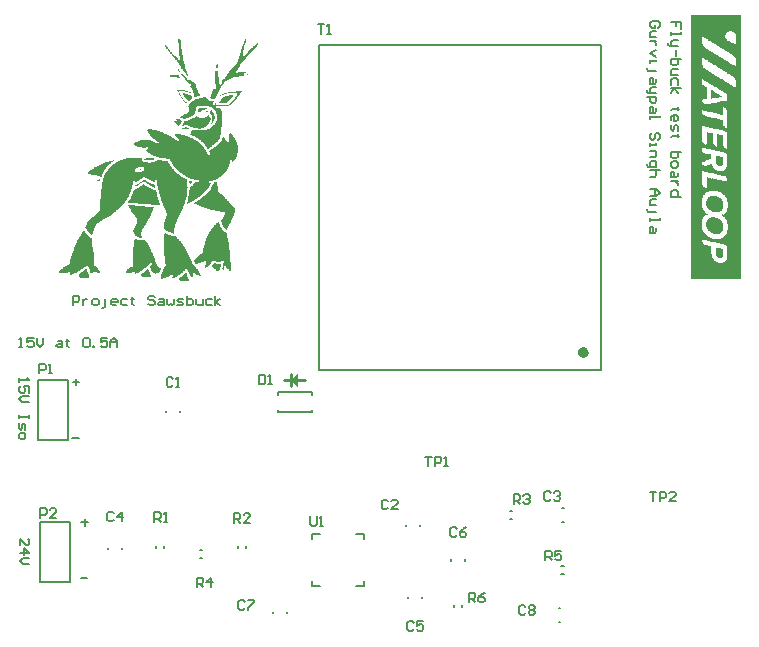
<source format=gto>
G04*
G04 #@! TF.GenerationSoftware,Altium Limited,Altium Designer,20.2.6 (244)*
G04*
G04 Layer_Color=65535*
%FSLAX25Y25*%
%MOIN*%
G70*
G04*
G04 #@! TF.SameCoordinates,DFA1C72D-2ED7-4C31-8EA1-ECB50900EFAB*
G04*
G04*
G04 #@! TF.FilePolarity,Positive*
G04*
G01*
G75*
%ADD10C,0.00394*%
%ADD11C,0.01968*%
%ADD12C,0.00787*%
%ADD13C,0.01000*%
%ADD14C,0.00600*%
G36*
X56554Y216073D02*
X56685D01*
Y215941D01*
X56816D01*
Y215810D01*
X56947D01*
Y215679D01*
Y215548D01*
Y215417D01*
Y215285D01*
Y215154D01*
Y215023D01*
Y214892D01*
Y214761D01*
X57078D01*
Y214630D01*
Y214498D01*
Y214367D01*
Y214236D01*
Y214105D01*
Y213973D01*
Y213842D01*
Y213711D01*
Y213580D01*
X57210D01*
Y213449D01*
Y213317D01*
Y213186D01*
Y213055D01*
Y212924D01*
X57341D01*
Y212793D01*
Y212662D01*
Y212530D01*
Y212399D01*
Y212268D01*
Y212137D01*
Y212005D01*
Y211874D01*
Y211743D01*
Y211612D01*
X57472D01*
Y211481D01*
Y211350D01*
Y211218D01*
Y211087D01*
Y210956D01*
Y210825D01*
Y210694D01*
X57603D01*
Y210562D01*
Y210431D01*
Y210300D01*
Y210169D01*
Y210037D01*
Y209906D01*
X57734D01*
Y209775D01*
Y209644D01*
Y209513D01*
Y209382D01*
Y209250D01*
Y209119D01*
X57866D01*
Y208988D01*
Y208857D01*
Y208726D01*
X57997D01*
Y208594D01*
Y208463D01*
Y208332D01*
Y208201D01*
X58128D01*
Y208069D01*
Y207938D01*
Y207807D01*
X58259D01*
Y207676D01*
Y207545D01*
Y207414D01*
Y207282D01*
X58390D01*
Y207151D01*
Y207020D01*
Y206889D01*
Y206757D01*
Y206626D01*
X58522D01*
Y206495D01*
Y206364D01*
Y206233D01*
X58653D01*
Y206101D01*
Y205970D01*
Y205839D01*
Y205708D01*
X58784D01*
Y205577D01*
Y205446D01*
X58915D01*
Y205314D01*
Y205183D01*
Y205052D01*
Y204921D01*
X59046D01*
Y204789D01*
Y204658D01*
X59178D01*
Y204527D01*
Y204396D01*
X59309D01*
Y204265D01*
Y204134D01*
Y204002D01*
X59440D01*
Y203871D01*
Y203740D01*
X59571D01*
Y203609D01*
Y203478D01*
X59702D01*
Y203346D01*
X59571D01*
Y203478D01*
X59440D01*
Y203609D01*
Y203740D01*
X59309D01*
Y203871D01*
X59178D01*
Y204002D01*
X59046D01*
Y204134D01*
X58915D01*
Y204265D01*
X58784D01*
Y204396D01*
X58653D01*
Y204527D01*
Y204658D01*
X58522D01*
Y204789D01*
X58390D01*
Y204921D01*
X58259D01*
Y205052D01*
X58128D01*
Y205183D01*
Y205314D01*
X57997D01*
Y205446D01*
X57866D01*
Y205577D01*
Y205708D01*
X57734D01*
Y205839D01*
X57603D01*
Y205970D01*
X57472D01*
Y206101D01*
X57341D01*
Y206233D01*
X57210D01*
Y206364D01*
Y206495D01*
Y206626D01*
X57078D01*
Y206757D01*
X56947D01*
Y206889D01*
Y207020D01*
X56816D01*
Y207151D01*
Y207282D01*
X56685D01*
Y207414D01*
X56554D01*
Y207545D01*
Y207676D01*
X56422D01*
Y207807D01*
Y207938D01*
X56291D01*
Y208069D01*
X56160D01*
Y208201D01*
Y208332D01*
X56029D01*
Y208463D01*
X55898D01*
Y208594D01*
Y208726D01*
X55635D01*
Y208857D01*
Y208988D01*
X55504D01*
Y209119D01*
X55373D01*
Y209250D01*
X55242D01*
Y209382D01*
X55110D01*
Y209513D01*
X54979D01*
Y209644D01*
X54848D01*
Y209775D01*
Y209906D01*
X54717D01*
Y210037D01*
X54586D01*
Y210169D01*
X54454D01*
Y210300D01*
X54323D01*
Y210431D01*
X54192D01*
Y210562D01*
X54061D01*
Y210694D01*
Y210825D01*
X53930D01*
Y210956D01*
Y211087D01*
X53667D01*
Y211218D01*
X53536D01*
Y211350D01*
Y211481D01*
X53405D01*
Y211612D01*
X53274D01*
Y211743D01*
Y211874D01*
X53142D01*
Y212005D01*
X53011D01*
Y212137D01*
X52880D01*
Y212268D01*
Y212399D01*
X52618D01*
Y212530D01*
Y212662D01*
X52486D01*
Y212793D01*
X52355D01*
Y212924D01*
X52224D01*
Y213055D01*
X52093D01*
Y213186D01*
Y213317D01*
X51962D01*
Y213449D01*
X51830D01*
Y213580D01*
X51699D01*
Y213711D01*
Y213842D01*
Y213973D01*
X51962D01*
Y213842D01*
X52224D01*
Y213711D01*
X52355D01*
Y213580D01*
Y213449D01*
X52486D01*
Y213317D01*
X52618D01*
Y213186D01*
Y213055D01*
X52880D01*
Y212924D01*
Y212793D01*
X53011D01*
Y212662D01*
X53142D01*
Y212530D01*
X53274D01*
Y212399D01*
Y212268D01*
X53405D01*
Y212137D01*
X53536D01*
Y212005D01*
Y211874D01*
X53798D01*
Y211743D01*
X53930D01*
Y211612D01*
X54061D01*
Y211481D01*
Y211350D01*
X54192D01*
Y211218D01*
Y211087D01*
X54454D01*
Y210956D01*
X54586D01*
Y210825D01*
X54717D01*
Y210694D01*
X54848D01*
Y210562D01*
X54979D01*
Y210431D01*
X55242D01*
Y210300D01*
X55373D01*
Y210169D01*
X55635D01*
Y210037D01*
X55766D01*
Y209906D01*
X55898D01*
Y209775D01*
Y209644D01*
X56029D01*
Y209513D01*
Y209382D01*
X56160D01*
Y209250D01*
Y209119D01*
X56291D01*
Y208988D01*
X56816D01*
Y209119D01*
Y209250D01*
Y209382D01*
Y209513D01*
Y209644D01*
Y209775D01*
X56685D01*
Y209906D01*
Y210037D01*
Y210169D01*
Y210300D01*
X56554D01*
Y210431D01*
Y210562D01*
Y210694D01*
Y210825D01*
X56422D01*
Y210956D01*
Y211087D01*
Y211218D01*
Y211350D01*
Y211481D01*
Y211612D01*
Y211743D01*
Y211874D01*
Y212005D01*
Y212137D01*
Y212268D01*
X56291D01*
Y212399D01*
Y212530D01*
Y212662D01*
Y212793D01*
Y212924D01*
Y213055D01*
Y213186D01*
Y213317D01*
Y213449D01*
Y213580D01*
Y213711D01*
Y213842D01*
Y213973D01*
Y214105D01*
Y214236D01*
Y214367D01*
Y214498D01*
Y214630D01*
Y214761D01*
X56160D01*
Y214892D01*
Y215023D01*
Y215154D01*
Y215285D01*
Y215417D01*
Y215548D01*
Y215679D01*
Y215810D01*
Y215941D01*
Y216073D01*
Y216204D01*
X56554D01*
Y216073D01*
D02*
G37*
G36*
X69280Y207807D02*
X69411D01*
Y207676D01*
Y207545D01*
Y207414D01*
X69542D01*
Y207282D01*
X69411D01*
Y207151D01*
Y207020D01*
Y206889D01*
X69280D01*
Y206757D01*
Y206626D01*
X69149D01*
Y206495D01*
Y206364D01*
Y206233D01*
X69018D01*
Y206364D01*
X68886D01*
Y206495D01*
Y206626D01*
Y206757D01*
X68755D01*
Y206889D01*
Y207020D01*
X68886D01*
Y207151D01*
Y207282D01*
Y207414D01*
Y207545D01*
X69018D01*
Y207676D01*
Y207807D01*
X69149D01*
Y207938D01*
X69280D01*
Y207807D01*
D02*
G37*
G36*
X56160Y206101D02*
X56291D01*
Y205970D01*
Y205839D01*
X56422D01*
Y205708D01*
X56554D01*
Y205577D01*
Y205446D01*
X56685D01*
Y205314D01*
Y205183D01*
Y205052D01*
X56554D01*
Y205183D01*
Y205314D01*
X56422D01*
Y205446D01*
X56291D01*
Y205577D01*
X56160D01*
Y205708D01*
Y205839D01*
X56029D01*
Y205970D01*
Y206101D01*
Y206233D01*
X56160D01*
Y206101D01*
D02*
G37*
G36*
X79514Y204527D02*
Y204396D01*
X79382D01*
Y204265D01*
X79120D01*
Y204134D01*
X78989D01*
Y204002D01*
X78858D01*
Y204134D01*
Y204265D01*
X78989D01*
Y204396D01*
X79251D01*
Y204527D01*
Y204658D01*
X79514D01*
Y204527D01*
D02*
G37*
G36*
X56291Y204002D02*
X56422D01*
Y203871D01*
Y203740D01*
X56554D01*
Y203609D01*
X56685D01*
Y203478D01*
X56816D01*
Y203346D01*
Y203215D01*
X56947D01*
Y203084D01*
X56291D01*
Y203215D01*
X55635D01*
Y203346D01*
X54717D01*
Y203478D01*
X53667D01*
Y203609D01*
X53405D01*
Y203740D01*
X53274D01*
Y203871D01*
Y204002D01*
X53142D01*
Y204134D01*
X53798D01*
Y204002D01*
X56029D01*
Y204134D01*
X56291D01*
Y204002D01*
D02*
G37*
G36*
X78858Y216204D02*
Y216073D01*
Y215941D01*
X78726D01*
Y215810D01*
Y215679D01*
Y215548D01*
Y215417D01*
X78595D01*
Y215285D01*
Y215154D01*
Y215023D01*
Y214892D01*
Y214761D01*
X78464D01*
Y214630D01*
Y214498D01*
Y214367D01*
X78333D01*
Y214236D01*
Y214105D01*
Y213973D01*
X78202D01*
Y213842D01*
Y213711D01*
Y213580D01*
Y213449D01*
X78070D01*
Y213317D01*
Y213186D01*
Y213055D01*
X77939D01*
Y212924D01*
Y212793D01*
Y212662D01*
Y212530D01*
Y212399D01*
X77808D01*
Y212268D01*
Y212137D01*
Y212005D01*
Y211874D01*
Y211743D01*
Y211612D01*
Y211481D01*
Y211350D01*
Y211218D01*
Y211087D01*
Y210956D01*
Y210825D01*
Y210694D01*
Y210562D01*
Y210431D01*
Y210300D01*
X78333D01*
Y210431D01*
X78464D01*
Y210562D01*
Y210694D01*
Y210825D01*
X78595D01*
Y210956D01*
X78726D01*
Y211087D01*
Y211218D01*
X78989D01*
Y211350D01*
X79120D01*
Y211481D01*
X79251D01*
Y211612D01*
X79382D01*
Y211743D01*
X79514D01*
Y211874D01*
Y212005D01*
X79645D01*
Y212137D01*
X79907D01*
Y212268D01*
Y212399D01*
X80038D01*
Y212530D01*
X80169D01*
Y212662D01*
X80301D01*
Y212793D01*
X80432D01*
Y212924D01*
X80563D01*
Y213055D01*
X80694D01*
Y213186D01*
X80957D01*
Y213317D01*
Y213449D01*
X81219D01*
Y213580D01*
Y213711D01*
X81481D01*
Y213842D01*
X81613D01*
Y213973D01*
X81744D01*
Y214105D01*
X81875D01*
Y214236D01*
X82006D01*
Y214367D01*
X82138D01*
Y214498D01*
X82269D01*
Y214630D01*
X82531D01*
Y214761D01*
X82662D01*
Y214892D01*
X82793D01*
Y214761D01*
Y214630D01*
Y214498D01*
X82925D01*
Y214367D01*
X82793D01*
Y214236D01*
Y214105D01*
X82662D01*
Y213973D01*
X82531D01*
Y213842D01*
X82400D01*
Y213711D01*
Y213580D01*
X82269D01*
Y213449D01*
X82138D01*
Y213317D01*
X82006D01*
Y213186D01*
X81875D01*
Y213055D01*
X81744D01*
Y212924D01*
X81613D01*
Y212793D01*
X81481D01*
Y212662D01*
Y212530D01*
X81350D01*
Y212399D01*
X81219D01*
Y212268D01*
X81088D01*
Y212137D01*
X80957D01*
Y212005D01*
X80826D01*
Y211874D01*
X80694D01*
Y211743D01*
X80563D01*
Y211612D01*
X80432D01*
Y211481D01*
X80301D01*
Y211350D01*
X80169D01*
Y211218D01*
X80038D01*
Y211087D01*
X79907D01*
Y210956D01*
X79776D01*
Y210825D01*
X79645D01*
Y210694D01*
X79514D01*
Y210562D01*
X79382D01*
Y210431D01*
X79251D01*
Y210300D01*
X79120D01*
Y210169D01*
X78989D01*
Y210037D01*
X78858D01*
Y209906D01*
X78726D01*
Y209775D01*
Y209644D01*
X78595D01*
Y209513D01*
X78464D01*
Y209382D01*
X78333D01*
Y209250D01*
X78202D01*
Y209119D01*
X78070D01*
Y208988D01*
Y208857D01*
X77939D01*
Y208726D01*
X77808D01*
Y208594D01*
X77677D01*
Y208463D01*
X77546D01*
Y208332D01*
X77414D01*
Y208201D01*
X77283D01*
Y208069D01*
X77152D01*
Y207938D01*
X77021D01*
Y207807D01*
Y207676D01*
X76889D01*
Y207545D01*
X76758D01*
Y207414D01*
Y207282D01*
X76627D01*
Y207151D01*
Y207020D01*
Y206889D01*
X76496D01*
Y206757D01*
X76365D01*
Y206626D01*
Y206495D01*
Y206364D01*
X76234D01*
Y206233D01*
Y206101D01*
X76102D01*
Y205970D01*
Y205839D01*
X75971D01*
Y205708D01*
X75840D01*
Y205577D01*
X75446D01*
Y205446D01*
X75315D01*
Y205314D01*
Y205183D01*
Y205052D01*
Y204921D01*
X76234D01*
Y205052D01*
X78595D01*
Y204921D01*
X78333D01*
Y204789D01*
Y204658D01*
X78202D01*
Y204527D01*
X78070D01*
Y204396D01*
Y204265D01*
Y204134D01*
Y204002D01*
Y203871D01*
X77283D01*
Y203740D01*
X76365D01*
Y203609D01*
X75840D01*
Y203478D01*
X75053D01*
Y203346D01*
X74528D01*
Y203215D01*
X74003D01*
Y203084D01*
X73741D01*
Y202953D01*
X73478D01*
Y202821D01*
X73216D01*
Y202690D01*
X72954D01*
Y202559D01*
X72691D01*
Y202428D01*
X72560D01*
Y202297D01*
X72429D01*
Y202166D01*
X72166D01*
Y202034D01*
X71904D01*
Y201903D01*
X71773D01*
Y201772D01*
X71642D01*
Y201641D01*
X71510D01*
Y201509D01*
X71248D01*
Y201378D01*
Y201247D01*
X71117D01*
Y201116D01*
Y200985D01*
X70986D01*
Y200853D01*
X70854D01*
Y200722D01*
X70723D01*
Y200591D01*
X70592D01*
Y200460D01*
Y200329D01*
X70461D01*
Y200198D01*
Y200066D01*
X70330D01*
Y199935D01*
X70198D01*
Y199804D01*
Y199673D01*
X70067D01*
Y199541D01*
Y199410D01*
X69936D01*
Y199279D01*
Y199148D01*
X69805D01*
Y199017D01*
Y198886D01*
X69674D01*
Y198754D01*
Y198623D01*
X69542D01*
Y198492D01*
Y198361D01*
X69411D01*
Y198230D01*
Y198098D01*
X69280D01*
Y197967D01*
Y197836D01*
Y197705D01*
X69149D01*
Y197573D01*
Y197442D01*
Y197311D01*
X69018D01*
Y197180D01*
Y197049D01*
X68886D01*
Y196917D01*
Y196786D01*
X68755D01*
Y196655D01*
X68624D01*
Y196524D01*
Y196393D01*
X68493D01*
Y196262D01*
X68362D01*
Y196130D01*
X67706D01*
Y196262D01*
X67181D01*
Y196393D01*
X66787D01*
Y196524D01*
Y196655D01*
X66918D01*
Y196786D01*
Y196917D01*
Y197049D01*
X67050D01*
Y197180D01*
Y197311D01*
X67181D01*
Y197442D01*
Y197573D01*
Y197705D01*
X67312D01*
Y197836D01*
Y197967D01*
Y198098D01*
X67443D01*
Y198230D01*
Y198361D01*
Y198492D01*
Y198623D01*
Y198754D01*
X67574D01*
Y198886D01*
X67706D01*
Y199017D01*
Y199148D01*
X67837D01*
Y199279D01*
Y199410D01*
X67968D01*
Y199541D01*
X68624D01*
Y199673D01*
Y199804D01*
Y199935D01*
Y200066D01*
Y200198D01*
Y200329D01*
Y200460D01*
Y200591D01*
Y200722D01*
Y200853D01*
Y200985D01*
Y201116D01*
X68493D01*
Y201247D01*
Y201378D01*
Y201509D01*
Y201641D01*
Y201772D01*
Y201903D01*
Y202034D01*
Y202166D01*
Y202297D01*
Y202428D01*
Y202559D01*
Y202690D01*
Y202821D01*
Y202953D01*
Y203084D01*
Y203215D01*
Y203346D01*
Y203478D01*
Y203609D01*
Y203740D01*
Y203871D01*
Y204002D01*
Y204134D01*
Y204265D01*
Y204396D01*
Y204527D01*
Y204658D01*
Y204789D01*
Y204921D01*
Y205052D01*
Y205183D01*
Y205314D01*
Y205446D01*
X69542D01*
Y205314D01*
Y205183D01*
Y205052D01*
Y204921D01*
Y204789D01*
Y204658D01*
Y204527D01*
Y204396D01*
Y204265D01*
X69674D01*
Y204134D01*
X69542D01*
Y204002D01*
Y203871D01*
Y203740D01*
Y203609D01*
Y203478D01*
Y203346D01*
X69674D01*
Y203215D01*
Y203084D01*
Y202953D01*
Y202821D01*
Y202690D01*
Y202559D01*
Y202428D01*
Y202297D01*
Y202166D01*
Y202034D01*
Y201903D01*
X69805D01*
Y201772D01*
Y201641D01*
Y201509D01*
Y201378D01*
Y201247D01*
Y201116D01*
X69936D01*
Y200985D01*
Y200853D01*
X70461D01*
Y200985D01*
X70592D01*
Y201116D01*
Y201247D01*
Y201378D01*
Y201509D01*
Y201641D01*
Y201772D01*
Y201903D01*
Y202034D01*
X70461D01*
Y202166D01*
X70592D01*
Y202297D01*
X70854D01*
Y202428D01*
X70986D01*
Y202559D01*
X71117D01*
Y202690D01*
X71248D01*
Y202821D01*
X71510D01*
Y202953D01*
X71642D01*
Y203084D01*
X71773D01*
Y203215D01*
X71904D01*
Y203346D01*
X72035D01*
Y203478D01*
X72166D01*
Y203609D01*
Y203740D01*
X72298D01*
Y203871D01*
Y204002D01*
X72429D01*
Y204134D01*
X72560D01*
Y204265D01*
Y204396D01*
X72691D01*
Y204527D01*
X72822D01*
Y204658D01*
X72954D01*
Y204789D01*
Y204921D01*
Y205052D01*
X73085D01*
Y205183D01*
X73216D01*
Y205314D01*
Y205446D01*
X73347D01*
Y205577D01*
X73478D01*
Y205708D01*
X73610D01*
Y205839D01*
X73741D01*
Y205970D01*
X73872D01*
Y206101D01*
X74134D01*
Y206233D01*
Y206364D01*
X74266D01*
Y206495D01*
X74397D01*
Y206626D01*
X74528D01*
Y206757D01*
X74659D01*
Y206889D01*
X74790D01*
Y207020D01*
X74922D01*
Y207151D01*
X75053D01*
Y207282D01*
X75184D01*
Y207414D01*
Y207545D01*
X75315D01*
Y207676D01*
X75446D01*
Y207807D01*
X75578D01*
Y207938D01*
Y208069D01*
X75709D01*
Y208201D01*
Y208332D01*
X75840D01*
Y208463D01*
X75971D01*
Y208594D01*
X76102D01*
Y208726D01*
Y208857D01*
Y208988D01*
Y209119D01*
X76234D01*
Y209250D01*
Y209382D01*
Y209513D01*
X76365D01*
Y209644D01*
Y209775D01*
Y209906D01*
X76496D01*
Y210037D01*
Y210169D01*
Y210300D01*
Y210431D01*
X76627D01*
Y210562D01*
Y210694D01*
Y210825D01*
X76758D01*
Y210956D01*
Y211087D01*
X76889D01*
Y211218D01*
Y211350D01*
Y211481D01*
Y211612D01*
X77021D01*
Y211743D01*
Y211874D01*
Y212005D01*
Y212137D01*
X77152D01*
Y212268D01*
Y212399D01*
Y212530D01*
Y212662D01*
X77283D01*
Y212793D01*
Y212924D01*
Y213055D01*
X77414D01*
Y213186D01*
Y213317D01*
Y213449D01*
Y213580D01*
Y213711D01*
X77546D01*
Y213842D01*
X77677D01*
Y213973D01*
Y214105D01*
Y214236D01*
X77808D01*
Y214367D01*
Y214498D01*
X77939D01*
Y214630D01*
Y214761D01*
Y214892D01*
X78070D01*
Y215023D01*
X78202D01*
Y215154D01*
Y215285D01*
Y215417D01*
Y215548D01*
X78333D01*
Y215679D01*
Y215810D01*
Y215941D01*
Y216073D01*
X78464D01*
Y216204D01*
X78595D01*
Y216335D01*
X78858D01*
Y216204D01*
D02*
G37*
G36*
X56685Y199148D02*
X57734D01*
Y199017D01*
X58390D01*
Y198886D01*
X58915D01*
Y198754D01*
X59440D01*
Y198623D01*
X59834D01*
Y198492D01*
X60096D01*
Y198361D01*
X60358D01*
Y198230D01*
Y198098D01*
X59965D01*
Y198230D01*
X59834D01*
Y198361D01*
X59440D01*
Y198492D01*
X59046D01*
Y198623D01*
X58390D01*
Y198754D01*
X57734D01*
Y198886D01*
X56554D01*
Y198754D01*
Y198623D01*
Y198492D01*
Y198361D01*
Y198230D01*
Y198098D01*
X56685D01*
Y197967D01*
Y197836D01*
X56816D01*
Y197705D01*
Y197573D01*
X56947D01*
Y197442D01*
Y197311D01*
X57078D01*
Y197180D01*
Y197049D01*
X57210D01*
Y196917D01*
Y196786D01*
Y196655D01*
X57472D01*
Y196524D01*
Y196393D01*
X57603D01*
Y196262D01*
Y196130D01*
X57866D01*
Y195999D01*
Y195868D01*
X57997D01*
Y195737D01*
X58128D01*
Y195606D01*
Y195474D01*
X58390D01*
Y195343D01*
Y195212D01*
X58653D01*
Y195081D01*
X59178D01*
Y194949D01*
X59309D01*
Y194818D01*
X59178D01*
Y194687D01*
X58784D01*
Y194818D01*
X58522D01*
Y194949D01*
X58390D01*
Y195081D01*
X58259D01*
Y195212D01*
X58128D01*
Y195343D01*
Y195474D01*
X57997D01*
Y195606D01*
X57866D01*
Y195737D01*
X57603D01*
Y195868D01*
X57734D01*
Y195999D01*
X57603D01*
Y196130D01*
X57472D01*
Y196262D01*
Y196393D01*
X57341D01*
Y196524D01*
X57210D01*
Y196655D01*
X57078D01*
Y196786D01*
Y196917D01*
X56947D01*
Y197049D01*
Y197180D01*
X56816D01*
Y197311D01*
X56685D01*
Y197442D01*
Y197573D01*
X56554D01*
Y197705D01*
Y197836D01*
X56422D01*
Y197967D01*
Y198098D01*
X56291D01*
Y198230D01*
Y198361D01*
X56160D01*
Y198492D01*
X56029D01*
Y198623D01*
Y198754D01*
Y198886D01*
X55898D01*
Y199017D01*
Y199148D01*
X56554D01*
Y199279D01*
X56685D01*
Y199148D01*
D02*
G37*
G36*
X57472Y204658D02*
Y204527D01*
X57603D01*
Y204396D01*
X57734D01*
Y204265D01*
X57866D01*
Y204134D01*
Y204002D01*
X57997D01*
Y203871D01*
X58128D01*
Y203740D01*
X58259D01*
Y203609D01*
X58390D01*
Y203478D01*
X58522D01*
Y203346D01*
X58653D01*
Y203215D01*
X58784D01*
Y203084D01*
X58915D01*
Y202953D01*
X59046D01*
Y202821D01*
Y202690D01*
X59178D01*
Y202559D01*
X59309D01*
Y202428D01*
X59965D01*
Y202559D01*
Y202690D01*
Y202821D01*
Y202953D01*
X60096D01*
Y202821D01*
Y202690D01*
X60227D01*
Y202559D01*
X60358D01*
Y202428D01*
X60490D01*
Y202297D01*
X60621D01*
Y202166D01*
X60752D01*
Y202034D01*
X60883D01*
Y201903D01*
X61014D01*
Y201772D01*
X61146D01*
Y201641D01*
X61277D01*
Y201509D01*
X61539D01*
Y201378D01*
X61670D01*
Y201247D01*
X61802D01*
Y201116D01*
Y200985D01*
X61933D01*
Y200853D01*
Y200722D01*
Y200591D01*
X62064D01*
Y200460D01*
Y200329D01*
X62195D01*
Y200198D01*
Y200066D01*
Y199935D01*
X62326D01*
Y199804D01*
Y199673D01*
Y199541D01*
X62458D01*
Y199410D01*
Y199279D01*
Y199148D01*
X62589D01*
Y199017D01*
Y198886D01*
Y198754D01*
X62720D01*
Y198623D01*
X62851D01*
Y198492D01*
Y198361D01*
Y198230D01*
X62982D01*
Y198098D01*
Y197967D01*
X63114D01*
Y197836D01*
Y197705D01*
X63245D01*
Y197573D01*
Y197442D01*
Y197311D01*
X63376D01*
Y197180D01*
X62851D01*
Y197049D01*
X62326D01*
Y196917D01*
X61933D01*
Y196786D01*
X61539D01*
Y196917D01*
Y197049D01*
Y197180D01*
Y197311D01*
X61408D01*
Y197442D01*
Y197573D01*
X61277D01*
Y197705D01*
Y197836D01*
Y197967D01*
X61146D01*
Y198098D01*
Y198230D01*
Y198361D01*
Y198492D01*
Y198623D01*
X61014D01*
Y198754D01*
Y198886D01*
Y199017D01*
X60883D01*
Y199148D01*
Y199279D01*
Y199410D01*
X60752D01*
Y199541D01*
Y199673D01*
X60621D01*
Y199804D01*
Y199935D01*
X60490D01*
Y200066D01*
X60358D01*
Y200198D01*
X60227D01*
Y200329D01*
Y200460D01*
X60358D01*
Y200591D01*
Y200722D01*
Y200853D01*
Y200985D01*
X60227D01*
Y201116D01*
X59965D01*
Y201247D01*
X59834D01*
Y201378D01*
X59702D01*
Y201509D01*
X59571D01*
Y201641D01*
X59440D01*
Y201772D01*
X59309D01*
Y201903D01*
X59178D01*
Y202034D01*
X59046D01*
Y202166D01*
X58915D01*
Y202297D01*
X58784D01*
Y202428D01*
X58653D01*
Y202559D01*
X58522D01*
Y202690D01*
X58390D01*
Y202821D01*
X58259D01*
Y202953D01*
Y203084D01*
X58128D01*
Y203215D01*
X57997D01*
Y203346D01*
X57866D01*
Y203478D01*
X57734D01*
Y203609D01*
Y203740D01*
X57603D01*
Y203871D01*
X57472D01*
Y204002D01*
X57341D01*
Y204134D01*
X57210D01*
Y204265D01*
X57078D01*
Y204396D01*
X57341D01*
Y204527D01*
Y204658D01*
Y204789D01*
X57472D01*
Y204658D01*
D02*
G37*
G36*
X57603Y198098D02*
X58259D01*
Y197967D01*
X58390D01*
Y197836D01*
X58915D01*
Y197705D01*
X59440D01*
Y197573D01*
X59834D01*
Y197442D01*
X60227D01*
Y197311D01*
X60490D01*
Y197180D01*
X60752D01*
Y197049D01*
Y196917D01*
Y196786D01*
X60883D01*
Y196655D01*
Y196524D01*
X61014D01*
Y196393D01*
X60883D01*
Y196262D01*
X60752D01*
Y196130D01*
X60490D01*
Y195999D01*
X60358D01*
Y195868D01*
X60227D01*
Y195737D01*
X60096D01*
Y195606D01*
X59834D01*
Y195474D01*
X59702D01*
Y195606D01*
X59440D01*
Y195737D01*
X59178D01*
Y195868D01*
X58915D01*
Y195999D01*
Y196130D01*
X58784D01*
Y196262D01*
X58653D01*
Y196393D01*
Y196524D01*
X58390D01*
Y196655D01*
Y196786D01*
Y196917D01*
X58128D01*
Y197049D01*
X57997D01*
Y197180D01*
Y197311D01*
X57866D01*
Y197442D01*
Y197573D01*
X57734D01*
Y197705D01*
Y197836D01*
Y197967D01*
X57603D01*
Y198098D01*
X57472D01*
Y198230D01*
X57603D01*
Y198098D01*
D02*
G37*
G36*
X74528Y197311D02*
Y197180D01*
X74397D01*
Y197049D01*
X74266D01*
Y196917D01*
Y196786D01*
X74134D01*
Y196655D01*
X74003D01*
Y196524D01*
Y196393D01*
X73872D01*
Y196262D01*
X73741D01*
Y196130D01*
X73610D01*
Y195999D01*
X73478D01*
Y195868D01*
X73347D01*
Y195737D01*
X73216D01*
Y195606D01*
X73085D01*
Y195474D01*
X72954D01*
Y195343D01*
X72822D01*
Y195212D01*
X72691D01*
Y195081D01*
X72560D01*
Y194949D01*
X72298D01*
Y194818D01*
X72035D01*
Y194687D01*
X69674D01*
Y194818D01*
X69805D01*
Y194949D01*
Y195081D01*
X69936D01*
Y195212D01*
Y195343D01*
X70067D01*
Y195474D01*
X70198D01*
Y195606D01*
X70330D01*
Y195737D01*
Y195868D01*
X70461D01*
Y195999D01*
Y196130D01*
X70592D01*
Y196262D01*
X70723D01*
Y196393D01*
X70854D01*
Y196524D01*
X70986D01*
Y196655D01*
X71248D01*
Y196786D01*
X71642D01*
Y196917D01*
X71904D01*
Y197049D01*
X72429D01*
Y197180D01*
X72954D01*
Y197311D01*
X73741D01*
Y197442D01*
X74528D01*
Y197311D01*
D02*
G37*
G36*
X77414Y198623D02*
Y198492D01*
X77283D01*
Y198361D01*
X77152D01*
Y198230D01*
X77021D01*
Y198098D01*
Y197967D01*
X76889D01*
Y197836D01*
X76758D01*
Y197705D01*
X76627D01*
Y197573D01*
X76496D01*
Y197442D01*
X76365D01*
Y197311D01*
Y197180D01*
X76234D01*
Y197049D01*
X76102D01*
Y196917D01*
X75971D01*
Y196786D01*
Y196655D01*
X75840D01*
Y196524D01*
X75709D01*
Y196393D01*
X75578D01*
Y196262D01*
X75446D01*
Y196130D01*
X75315D01*
Y195999D01*
Y195868D01*
X75184D01*
Y195737D01*
X75053D01*
Y195606D01*
X74922D01*
Y195474D01*
X74790D01*
Y195343D01*
X74659D01*
Y195212D01*
X74528D01*
Y195081D01*
X74397D01*
Y194949D01*
X74266D01*
Y194818D01*
X74134D01*
Y194687D01*
X74003D01*
Y194556D01*
X73872D01*
Y194425D01*
X73741D01*
Y194293D01*
X73478D01*
Y194162D01*
X73347D01*
Y194031D01*
X73085D01*
Y193900D01*
X72691D01*
Y193769D01*
X68624D01*
Y193638D01*
Y193506D01*
Y193375D01*
Y193244D01*
Y193113D01*
X70067D01*
Y192982D01*
X70198D01*
Y192850D01*
X70330D01*
Y192719D01*
Y192588D01*
Y192457D01*
X70461D01*
Y192325D01*
Y192194D01*
Y192063D01*
X70592D01*
Y191932D01*
Y191801D01*
Y191670D01*
Y191538D01*
Y191407D01*
Y191276D01*
Y191145D01*
Y191014D01*
Y190882D01*
X70723D01*
Y190751D01*
Y190620D01*
Y190489D01*
Y190357D01*
Y190226D01*
Y190095D01*
Y189964D01*
Y189833D01*
Y189702D01*
Y189570D01*
Y189439D01*
Y189308D01*
Y189177D01*
Y189046D01*
Y188914D01*
Y188783D01*
X70592D01*
Y188652D01*
Y188521D01*
Y188390D01*
Y188258D01*
Y188127D01*
Y187996D01*
Y187865D01*
Y187734D01*
Y187602D01*
Y187471D01*
Y187340D01*
Y187209D01*
Y187078D01*
Y186946D01*
Y186815D01*
Y186684D01*
X70461D01*
Y186553D01*
Y186422D01*
Y186290D01*
Y186159D01*
Y186028D01*
Y185897D01*
Y185766D01*
Y185634D01*
Y185503D01*
Y185372D01*
Y185241D01*
Y185110D01*
X70330D01*
Y184978D01*
Y184847D01*
Y184716D01*
Y184585D01*
Y184454D01*
Y184322D01*
Y184191D01*
Y184060D01*
X70198D01*
Y183929D01*
Y183798D01*
Y183666D01*
X70067D01*
Y183535D01*
Y183404D01*
Y183273D01*
Y183142D01*
Y183010D01*
X69936D01*
Y182879D01*
Y182748D01*
X69805D01*
Y182617D01*
Y182486D01*
X69674D01*
Y182354D01*
X69542D01*
Y182223D01*
X69411D01*
Y182092D01*
X69280D01*
Y181961D01*
X69149D01*
Y181830D01*
X69018D01*
Y181698D01*
X68886D01*
Y181567D01*
X68755D01*
Y181436D01*
X68493D01*
Y181305D01*
Y181174D01*
X68230D01*
Y181042D01*
X68099D01*
Y180911D01*
X67837D01*
Y180780D01*
X67706D01*
Y180649D01*
X67574D01*
Y180518D01*
X67443D01*
Y180386D01*
X67312D01*
Y180255D01*
X67050D01*
Y180124D01*
X66918D01*
Y179993D01*
X66656D01*
Y179862D01*
X66525D01*
Y179730D01*
X66262D01*
Y179599D01*
X65869D01*
Y179730D01*
Y179862D01*
X65738D01*
Y179993D01*
X65606D01*
Y180124D01*
Y180255D01*
X65475D01*
Y180386D01*
X65344D01*
Y180518D01*
X65213D01*
Y180649D01*
Y180780D01*
X65082D01*
Y180911D01*
X64950D01*
Y181042D01*
X64819D01*
Y181174D01*
X64688D01*
Y181305D01*
Y181436D01*
X64557D01*
Y181567D01*
X64426D01*
Y181698D01*
X64294D01*
Y181830D01*
X64163D01*
Y181961D01*
X63901D01*
Y182092D01*
X63770D01*
Y182223D01*
X63638D01*
Y182354D01*
X63507D01*
Y182486D01*
X63376D01*
Y182617D01*
X63114D01*
Y182748D01*
X62982D01*
Y182879D01*
X62720D01*
Y183010D01*
X62589D01*
Y183142D01*
X62326D01*
Y183273D01*
X62195D01*
Y183404D01*
X61933D01*
Y183535D01*
X61670D01*
Y183666D01*
X61408D01*
Y183798D01*
X61146D01*
Y183929D01*
X60752D01*
Y184060D01*
X60227D01*
Y184191D01*
X60096D01*
Y184322D01*
X60227D01*
Y184454D01*
Y184585D01*
X60358D01*
Y184716D01*
X60227D01*
Y184847D01*
X60358D01*
Y184978D01*
Y185110D01*
X60490D01*
Y185241D01*
Y185372D01*
Y185503D01*
X60621D01*
Y185634D01*
Y185766D01*
X60883D01*
Y185897D01*
X61014D01*
Y185766D01*
X62064D01*
Y185634D01*
X64294D01*
Y185766D01*
X65213D01*
Y185897D01*
X65869D01*
Y186028D01*
X66131D01*
Y186159D01*
X66525D01*
Y186290D01*
X66656D01*
Y186422D01*
X66918D01*
Y186553D01*
X67050D01*
Y186684D01*
X67312D01*
Y186815D01*
X67443D01*
Y186946D01*
X67574D01*
Y187078D01*
X67706D01*
Y187209D01*
X67837D01*
Y187340D01*
X67968D01*
Y187471D01*
X68099D01*
Y187602D01*
X68362D01*
Y187734D01*
Y187865D01*
X68493D01*
Y187996D01*
Y188127D01*
X68624D01*
Y188258D01*
X68755D01*
Y188390D01*
Y188521D01*
X68886D01*
Y188652D01*
Y188783D01*
Y188914D01*
X69018D01*
Y189046D01*
Y189177D01*
Y189308D01*
Y189439D01*
Y189570D01*
Y189702D01*
Y189833D01*
Y189964D01*
Y190095D01*
Y190226D01*
Y190357D01*
Y190489D01*
Y190620D01*
Y190751D01*
Y190882D01*
Y191014D01*
Y191145D01*
Y191276D01*
X68886D01*
Y191407D01*
Y191538D01*
X68755D01*
Y191670D01*
Y191801D01*
X68624D01*
Y191932D01*
Y192063D01*
X68493D01*
Y192194D01*
Y192325D01*
X68362D01*
Y192457D01*
X68230D01*
Y192588D01*
X68099D01*
Y192719D01*
X67968D01*
Y192850D01*
X67706D01*
Y192982D01*
X67574D01*
Y193113D01*
X67443D01*
Y193244D01*
X67312D01*
Y193375D01*
X66918D01*
Y193506D01*
X66525D01*
Y193638D01*
X66131D01*
Y193769D01*
X65082D01*
Y193900D01*
X63770D01*
Y193769D01*
X62589D01*
Y193638D01*
X62326D01*
Y193506D01*
X62195D01*
Y193375D01*
X62064D01*
Y193244D01*
Y193113D01*
Y192982D01*
Y192850D01*
X61933D01*
Y192719D01*
Y192588D01*
Y192457D01*
Y192325D01*
Y192194D01*
X61802D01*
Y192063D01*
Y191932D01*
Y191801D01*
Y191670D01*
Y191538D01*
Y191407D01*
Y191276D01*
Y191145D01*
Y191014D01*
X61539D01*
Y190882D01*
X61277D01*
Y190751D01*
X61014D01*
Y190620D01*
X60752D01*
Y190489D01*
X60621D01*
Y190357D01*
X60358D01*
Y190226D01*
X60096D01*
Y190095D01*
X59834D01*
Y189964D01*
X59571D01*
Y189833D01*
X59178D01*
Y189702D01*
X58784D01*
Y189570D01*
X58522D01*
Y189439D01*
X58128D01*
Y189308D01*
X57997D01*
Y189439D01*
X57866D01*
Y189570D01*
X57734D01*
Y189702D01*
X57603D01*
Y189833D01*
X57210D01*
Y189964D01*
X56816D01*
Y190095D01*
X56685D01*
Y190226D01*
X56947D01*
Y190357D01*
X57078D01*
Y190489D01*
X57341D01*
Y190620D01*
X57603D01*
Y190751D01*
X57866D01*
Y190882D01*
X58128D01*
Y191014D01*
X58390D01*
Y191145D01*
X58653D01*
Y191276D01*
X58915D01*
Y191407D01*
X59046D01*
Y191538D01*
X59309D01*
Y191670D01*
X59440D01*
Y191801D01*
X59571D01*
Y191932D01*
X59702D01*
Y192063D01*
Y192194D01*
X59834D01*
Y192325D01*
Y192457D01*
Y192588D01*
Y192719D01*
Y192850D01*
X59702D01*
Y192982D01*
Y193113D01*
Y193244D01*
Y193375D01*
Y193506D01*
X59571D01*
Y193638D01*
Y193769D01*
Y193900D01*
X59702D01*
Y194031D01*
Y194162D01*
Y194293D01*
X59834D01*
Y194425D01*
Y194556D01*
X60096D01*
Y194687D01*
Y194818D01*
X60227D01*
Y194949D01*
X60358D01*
Y195081D01*
X60621D01*
Y195212D01*
X60752D01*
Y195343D01*
X60883D01*
Y195474D01*
X61146D01*
Y195606D01*
X61277D01*
Y195737D01*
X61539D01*
Y195868D01*
X61802D01*
Y195999D01*
X62195D01*
Y196130D01*
X62458D01*
Y196262D01*
X62982D01*
Y196393D01*
X63376D01*
Y196524D01*
X64557D01*
Y196655D01*
X65475D01*
Y196524D01*
X65869D01*
Y196393D01*
Y196262D01*
Y196130D01*
Y195999D01*
X66000D01*
Y195868D01*
X66262D01*
Y195737D01*
X66525D01*
Y195606D01*
X66918D01*
Y195474D01*
X67574D01*
Y195343D01*
X67968D01*
Y195212D01*
X67837D01*
Y195081D01*
Y194949D01*
X67706D01*
Y194818D01*
Y194687D01*
Y194556D01*
Y194425D01*
Y194293D01*
X68362D01*
Y194425D01*
X68493D01*
Y194556D01*
Y194687D01*
X68624D01*
Y194818D01*
Y194949D01*
X68755D01*
Y194818D01*
Y194687D01*
Y194556D01*
Y194425D01*
Y194293D01*
Y194162D01*
X69018D01*
Y194031D01*
X72429D01*
Y194162D01*
X72954D01*
Y194293D01*
X73085D01*
Y194425D01*
X73347D01*
Y194556D01*
X73478D01*
Y194687D01*
X73610D01*
Y194818D01*
X73741D01*
Y194949D01*
X73872D01*
Y195081D01*
X74003D01*
Y195212D01*
X74134D01*
Y195343D01*
X74266D01*
Y195474D01*
X74397D01*
Y195606D01*
X74528D01*
Y195737D01*
Y195868D01*
X74659D01*
Y195999D01*
X74790D01*
Y196130D01*
X74922D01*
Y196262D01*
Y196393D01*
X75053D01*
Y196524D01*
X75184D01*
Y196655D01*
Y196786D01*
X75315D01*
Y196917D01*
X75446D01*
Y197049D01*
X75578D01*
Y197180D01*
Y197311D01*
Y197442D01*
Y197573D01*
Y197705D01*
Y197836D01*
Y197967D01*
X75446D01*
Y198098D01*
X74790D01*
Y198230D01*
X74266D01*
Y198098D01*
X72954D01*
Y197967D01*
X72298D01*
Y197836D01*
X71773D01*
Y197705D01*
X71379D01*
Y197573D01*
X70854D01*
Y197442D01*
X70592D01*
Y197311D01*
X70461D01*
Y197180D01*
X70330D01*
Y197049D01*
X70198D01*
Y197180D01*
Y197311D01*
X70330D01*
Y197442D01*
X70461D01*
Y197573D01*
X70723D01*
Y197705D01*
X70986D01*
Y197836D01*
X71248D01*
Y197967D01*
X71642D01*
Y198098D01*
X72166D01*
Y198230D01*
X72822D01*
Y198361D01*
X73478D01*
Y198492D01*
X74528D01*
Y198623D01*
X75315D01*
Y198754D01*
X77414D01*
Y198623D01*
D02*
G37*
G36*
X65738Y192982D02*
X65606D01*
Y192850D01*
X65344D01*
Y192719D01*
X64950D01*
Y192588D01*
X64688D01*
Y192457D01*
X64426D01*
Y192325D01*
X64163D01*
Y192194D01*
X63901D01*
Y192063D01*
X63638D01*
Y191932D01*
X63376D01*
Y191801D01*
X63114D01*
Y191670D01*
X62851D01*
Y191538D01*
X62720D01*
Y191407D01*
X62589D01*
Y191538D01*
Y191670D01*
Y191801D01*
Y191932D01*
X62720D01*
Y192063D01*
Y192194D01*
Y192325D01*
Y192457D01*
X62851D01*
Y192588D01*
Y192719D01*
X62720D01*
Y192850D01*
X62982D01*
Y192982D01*
X63376D01*
Y193113D01*
X65344D01*
Y192982D01*
X65475D01*
Y193113D01*
X65738D01*
Y192982D01*
D02*
G37*
G36*
X59046Y192719D02*
Y192588D01*
Y192457D01*
Y192325D01*
X58784D01*
Y192457D01*
Y192588D01*
X58915D01*
Y192719D01*
Y192850D01*
X59046D01*
Y192719D01*
D02*
G37*
G36*
X66000Y192063D02*
Y191932D01*
X65869D01*
Y191801D01*
Y191670D01*
X65738D01*
Y191538D01*
X65606D01*
Y191670D01*
Y191801D01*
Y191932D01*
X65475D01*
Y192063D01*
X65738D01*
Y192194D01*
X66000D01*
Y192063D01*
D02*
G37*
G36*
X66262Y190620D02*
X66394D01*
Y190489D01*
X66525D01*
Y190357D01*
Y190226D01*
X66656D01*
Y190095D01*
Y189964D01*
X66787D01*
Y189833D01*
Y189702D01*
X66918D01*
Y189570D01*
X66787D01*
Y189439D01*
Y189308D01*
X66918D01*
Y189177D01*
X66787D01*
Y189046D01*
Y188914D01*
Y188783D01*
Y188652D01*
X66656D01*
Y188521D01*
Y188390D01*
X66525D01*
Y188258D01*
Y188127D01*
X66394D01*
Y187996D01*
Y187865D01*
X66131D01*
Y187734D01*
Y187602D01*
X66000D01*
Y187471D01*
X65869D01*
Y187340D01*
X65738D01*
Y187209D01*
X65475D01*
Y187078D01*
X65344D01*
Y186946D01*
X65213D01*
Y186815D01*
X64950D01*
Y186684D01*
X64688D01*
Y186553D01*
X64294D01*
Y186422D01*
X63770D01*
Y186290D01*
X62720D01*
Y186422D01*
X61670D01*
Y186553D01*
X61146D01*
Y186684D01*
X60883D01*
Y186815D01*
X60621D01*
Y186946D01*
X60096D01*
Y187078D01*
X59965D01*
Y187209D01*
X59571D01*
Y187340D01*
X57997D01*
Y187209D01*
X57341D01*
Y187340D01*
X57472D01*
Y187471D01*
X57603D01*
Y187602D01*
X57734D01*
Y187734D01*
Y187865D01*
X57866D01*
Y187996D01*
Y188127D01*
X57997D01*
Y188258D01*
X58128D01*
Y188390D01*
Y188521D01*
Y188652D01*
X58390D01*
Y188783D01*
X58784D01*
Y188914D01*
X59309D01*
Y189046D01*
X59702D01*
Y189177D01*
X59965D01*
Y189308D01*
X60227D01*
Y189439D01*
X60621D01*
Y189570D01*
X60883D01*
Y189702D01*
X61146D01*
Y189833D01*
X61408D01*
Y189964D01*
X61670D01*
Y190095D01*
X61933D01*
Y190226D01*
X62195D01*
Y190357D01*
X62458D01*
Y190226D01*
X62589D01*
Y190095D01*
X62982D01*
Y189964D01*
X65082D01*
Y190095D01*
X65344D01*
Y190226D01*
X65606D01*
Y190357D01*
X65738D01*
Y190489D01*
X65869D01*
Y190620D01*
X66000D01*
Y190751D01*
X66262D01*
Y190620D01*
D02*
G37*
G36*
X56554Y189308D02*
X56816D01*
Y189177D01*
X57078D01*
Y189046D01*
X57210D01*
Y188914D01*
X57341D01*
Y188783D01*
X57472D01*
Y188652D01*
X57341D01*
Y188521D01*
X57210D01*
Y188390D01*
Y188258D01*
X57078D01*
Y188127D01*
Y187996D01*
X56947D01*
Y187865D01*
X56816D01*
Y187734D01*
X56685D01*
Y187602D01*
X56554D01*
Y187471D01*
Y187340D01*
X56422D01*
Y187209D01*
X56160D01*
Y187340D01*
X55898D01*
Y187471D01*
X55766D01*
Y187602D01*
X55635D01*
Y187734D01*
X55504D01*
Y187865D01*
X55373D01*
Y187996D01*
X55110D01*
Y188127D01*
X54979D01*
Y188258D01*
Y188390D01*
X54848D01*
Y188521D01*
Y188652D01*
Y188783D01*
Y188914D01*
X55110D01*
Y188783D01*
X55373D01*
Y188914D01*
X55635D01*
Y189046D01*
Y189177D01*
X55373D01*
Y189308D01*
X55635D01*
Y189439D01*
X56554D01*
Y189308D01*
D02*
G37*
G36*
X67050Y192457D02*
X67181D01*
Y192325D01*
X67312D01*
Y192194D01*
X67443D01*
Y192063D01*
X67574D01*
Y191932D01*
X67706D01*
Y191801D01*
X67837D01*
Y191670D01*
Y191538D01*
Y191407D01*
X67968D01*
Y191276D01*
Y191145D01*
X68099D01*
Y191014D01*
X68230D01*
Y190882D01*
Y190751D01*
Y190620D01*
X68362D01*
Y190489D01*
Y190357D01*
Y190226D01*
Y190095D01*
Y189964D01*
Y189833D01*
Y189702D01*
Y189570D01*
X68230D01*
Y189439D01*
Y189308D01*
Y189177D01*
Y189046D01*
X68099D01*
Y188914D01*
Y188783D01*
X67968D01*
Y188652D01*
X67837D01*
Y188521D01*
Y188390D01*
X67706D01*
Y188258D01*
X67574D01*
Y188127D01*
X67443D01*
Y188258D01*
Y188390D01*
Y188521D01*
X67574D01*
Y188652D01*
Y188783D01*
Y188914D01*
Y189046D01*
Y189177D01*
Y189308D01*
Y189439D01*
Y189570D01*
Y189702D01*
Y189833D01*
Y189964D01*
Y190095D01*
X67443D01*
Y190226D01*
Y190357D01*
Y190489D01*
Y190620D01*
X67312D01*
Y190751D01*
Y190882D01*
X67181D01*
Y191014D01*
X67050D01*
Y191145D01*
X66918D01*
Y191276D01*
X66787D01*
Y191407D01*
X66525D01*
Y191538D01*
X66656D01*
Y191670D01*
Y191801D01*
X66787D01*
Y191932D01*
Y192063D01*
Y192194D01*
X66918D01*
Y192325D01*
Y192457D01*
Y192588D01*
X67050D01*
Y192457D01*
D02*
G37*
G36*
X67443Y187996D02*
Y187865D01*
X67181D01*
Y187996D01*
X67312D01*
Y188127D01*
X67443D01*
Y187996D01*
D02*
G37*
G36*
X59046Y186553D02*
X59440D01*
Y186422D01*
X59834D01*
Y186290D01*
X59440D01*
Y186159D01*
X59046D01*
Y186028D01*
X57734D01*
Y186159D01*
X57472D01*
Y186290D01*
X57341D01*
Y186422D01*
X57210D01*
Y186553D01*
X58259D01*
Y186684D01*
X59046D01*
Y186553D01*
D02*
G37*
G36*
X47370Y185897D02*
X48026D01*
Y185766D01*
X48551D01*
Y185634D01*
X49075D01*
Y185503D01*
X49469D01*
Y185372D01*
X49994D01*
Y185241D01*
X50256D01*
Y185110D01*
X50650D01*
Y184978D01*
X50912D01*
Y184847D01*
X51306D01*
Y184716D01*
X51568D01*
Y184585D01*
X51962D01*
Y184454D01*
X52224D01*
Y184322D01*
X52486D01*
Y184191D01*
X52749D01*
Y184060D01*
X53011D01*
Y183929D01*
X53274D01*
Y183798D01*
X53405D01*
Y183666D01*
X53798D01*
Y183535D01*
X53930D01*
Y183404D01*
X54192D01*
Y183273D01*
X54454D01*
Y183142D01*
X54586D01*
Y183010D01*
X54848D01*
Y182879D01*
X54979D01*
Y182748D01*
X55110D01*
Y182617D01*
X55373D01*
Y182486D01*
X55504D01*
Y182354D01*
X55766D01*
Y182223D01*
X56422D01*
Y182354D01*
Y182486D01*
Y182617D01*
Y182748D01*
X56291D01*
Y182879D01*
X56160D01*
Y183010D01*
X56029D01*
Y183142D01*
X55766D01*
Y183273D01*
X55635D01*
Y183404D01*
Y183535D01*
X55504D01*
Y183666D01*
X55373D01*
Y183798D01*
X55242D01*
Y183929D01*
Y184060D01*
X55110D01*
Y184191D01*
Y184322D01*
X55898D01*
Y184454D01*
X56291D01*
Y184322D01*
X57078D01*
Y184191D01*
X57866D01*
Y184060D01*
X58259D01*
Y183929D01*
X58784D01*
Y183798D01*
X59309D01*
Y183666D01*
X59571D01*
Y183535D01*
X59834D01*
Y183404D01*
X60227D01*
Y183273D01*
X60490D01*
Y183142D01*
X60752D01*
Y183010D01*
X61146D01*
Y182879D01*
X61277D01*
Y182748D01*
X61539D01*
Y182617D01*
X61802D01*
Y182486D01*
X61933D01*
Y182354D01*
X62195D01*
Y182223D01*
X62458D01*
Y182092D01*
X62589D01*
Y181961D01*
X62851D01*
Y181830D01*
X62982D01*
Y181698D01*
X63114D01*
Y181567D01*
X63245D01*
Y181436D01*
X63376D01*
Y181305D01*
X63507D01*
Y181174D01*
X63770D01*
Y181042D01*
Y180911D01*
X63901D01*
Y180780D01*
X64032D01*
Y180649D01*
X64163D01*
Y180518D01*
X64294D01*
Y180386D01*
X64426D01*
Y180255D01*
Y180124D01*
X64557D01*
Y179993D01*
X64688D01*
Y179862D01*
X64819D01*
Y179730D01*
Y179599D01*
X64950D01*
Y179468D01*
X65082D01*
Y179337D01*
Y179206D01*
X65213D01*
Y179074D01*
X65344D01*
Y178943D01*
Y178812D01*
X65475D01*
Y178681D01*
Y178550D01*
X65606D01*
Y178418D01*
Y178287D01*
X65738D01*
Y178156D01*
X65869D01*
Y178025D01*
Y177894D01*
X66000D01*
Y177762D01*
Y177631D01*
Y177500D01*
X66656D01*
Y177631D01*
Y177762D01*
Y177894D01*
Y178025D01*
Y178156D01*
Y178287D01*
Y178418D01*
X66525D01*
Y178550D01*
Y178681D01*
X66394D01*
Y178812D01*
X66525D01*
Y178943D01*
X66787D01*
Y179074D01*
X66918D01*
Y179206D01*
X67181D01*
Y179337D01*
X67443D01*
Y179468D01*
X67574D01*
Y179599D01*
X67706D01*
Y179730D01*
X67968D01*
Y179862D01*
X68099D01*
Y179993D01*
X68362D01*
Y180124D01*
X68493D01*
Y180255D01*
X68624D01*
Y180386D01*
X68755D01*
Y180518D01*
X69018D01*
Y180649D01*
Y180780D01*
X69280D01*
Y180911D01*
X69411D01*
Y181042D01*
X69542D01*
Y181174D01*
X69674D01*
Y181305D01*
X69936D01*
Y181436D01*
X70067D01*
Y181567D01*
Y181698D01*
X70198D01*
Y181830D01*
X70330D01*
Y181961D01*
X70461D01*
Y182092D01*
X70592D01*
Y182223D01*
Y182354D01*
X70723D01*
Y182486D01*
Y182617D01*
Y182748D01*
Y182879D01*
X70854D01*
Y183010D01*
Y183142D01*
X70986D01*
Y183273D01*
Y183404D01*
Y183535D01*
Y183666D01*
X71117D01*
Y183535D01*
Y183404D01*
X71379D01*
Y183273D01*
Y183142D01*
X71510D01*
Y183010D01*
X71642D01*
Y182879D01*
X71773D01*
Y182748D01*
X71904D01*
Y182617D01*
X72035D01*
Y182486D01*
Y182354D01*
X72166D01*
Y182223D01*
X72298D01*
Y182092D01*
Y181961D01*
Y181830D01*
Y181698D01*
X72954D01*
Y181830D01*
Y181961D01*
Y182092D01*
Y182223D01*
Y182354D01*
Y182486D01*
Y182617D01*
Y182748D01*
Y182879D01*
Y183010D01*
Y183142D01*
X73085D01*
Y183273D01*
Y183404D01*
Y183535D01*
Y183666D01*
Y183798D01*
X73216D01*
Y183929D01*
Y184060D01*
X73347D01*
Y184191D01*
X73216D01*
Y184322D01*
X73347D01*
Y184454D01*
Y184585D01*
X73478D01*
Y184716D01*
Y184847D01*
X73610D01*
Y184716D01*
X73741D01*
Y184585D01*
X73872D01*
Y184454D01*
X74003D01*
Y184322D01*
Y184191D01*
X74134D01*
Y184060D01*
X74266D01*
Y183929D01*
X74397D01*
Y183798D01*
X74528D01*
Y183666D01*
Y183535D01*
X74659D01*
Y183404D01*
X74790D01*
Y183273D01*
Y183142D01*
X74922D01*
Y183010D01*
Y182879D01*
X75053D01*
Y182748D01*
Y182617D01*
X75184D01*
Y182486D01*
Y182354D01*
X75315D01*
Y182223D01*
Y182092D01*
Y181961D01*
X75446D01*
Y181830D01*
X75578D01*
Y181698D01*
Y181567D01*
Y181436D01*
X75709D01*
Y181305D01*
Y181174D01*
X75840D01*
Y181042D01*
Y180911D01*
Y180780D01*
X75971D01*
Y180649D01*
Y180518D01*
Y180386D01*
Y180255D01*
Y180124D01*
Y179993D01*
Y179862D01*
Y179730D01*
X76102D01*
Y179599D01*
Y179468D01*
Y179337D01*
Y179206D01*
Y179074D01*
Y178943D01*
Y178812D01*
X75971D01*
Y178681D01*
Y178550D01*
Y178418D01*
Y178287D01*
Y178156D01*
X75840D01*
Y178025D01*
Y177894D01*
Y177762D01*
Y177631D01*
Y177500D01*
X75709D01*
Y177369D01*
Y177238D01*
Y177106D01*
X75578D01*
Y176975D01*
Y176844D01*
Y176713D01*
X75446D01*
Y176582D01*
Y176450D01*
X75315D01*
Y176319D01*
Y176188D01*
X75184D01*
Y176057D01*
X75053D01*
Y175926D01*
X74922D01*
Y175794D01*
Y175663D01*
X74790D01*
Y175532D01*
X74528D01*
Y175401D01*
X74266D01*
Y175270D01*
Y175138D01*
X74134D01*
Y175270D01*
Y175401D01*
Y175532D01*
Y175663D01*
Y175794D01*
X73610D01*
Y175663D01*
X73478D01*
Y175532D01*
Y175401D01*
Y175270D01*
Y175138D01*
X73347D01*
Y175007D01*
Y174876D01*
Y174745D01*
Y174614D01*
X73216D01*
Y174482D01*
Y174351D01*
Y174220D01*
X73085D01*
Y174089D01*
Y173958D01*
Y173826D01*
X72954D01*
Y173695D01*
Y173564D01*
Y173433D01*
X72822D01*
Y173302D01*
Y173170D01*
X72691D01*
Y173039D01*
Y172908D01*
X72560D01*
Y172777D01*
Y172646D01*
X72429D01*
Y172514D01*
X72298D01*
Y172383D01*
Y172252D01*
X72166D01*
Y172121D01*
X72035D01*
Y171990D01*
Y171858D01*
X71904D01*
Y171727D01*
X71773D01*
Y171596D01*
X71642D01*
Y171465D01*
X71510D01*
Y171334D01*
X71379D01*
Y171202D01*
X71248D01*
Y171071D01*
X71117D01*
Y170940D01*
X70986D01*
Y170809D01*
X70854D01*
Y170678D01*
X70723D01*
Y170546D01*
X70461D01*
Y170415D01*
X70330D01*
Y170284D01*
X70198D01*
Y170153D01*
X69936D01*
Y170022D01*
X69805D01*
Y169890D01*
X69542D01*
Y169759D01*
X69411D01*
Y169628D01*
X69149D01*
Y169497D01*
X68886D01*
Y169366D01*
X68624D01*
Y169234D01*
X68493D01*
Y169103D01*
X68230D01*
Y168972D01*
X67837D01*
Y168841D01*
X67181D01*
Y168710D01*
X66525D01*
Y168578D01*
Y168447D01*
Y168316D01*
Y168185D01*
Y168054D01*
X67050D01*
Y167922D01*
X66918D01*
Y167791D01*
X66787D01*
Y167660D01*
Y167529D01*
X66656D01*
Y167398D01*
Y167266D01*
X66525D01*
Y167135D01*
Y167004D01*
X66394D01*
Y166873D01*
X66262D01*
Y166742D01*
Y166610D01*
X66131D01*
Y166479D01*
Y166348D01*
X66000D01*
Y166217D01*
X65869D01*
Y166086D01*
X65738D01*
Y165954D01*
Y165823D01*
X65606D01*
Y165692D01*
X65475D01*
Y165561D01*
X65344D01*
Y165430D01*
X65213D01*
Y165298D01*
X65082D01*
Y165167D01*
X64950D01*
Y165036D01*
X64819D01*
Y164905D01*
X64688D01*
Y164774D01*
X64557D01*
Y164643D01*
X64426D01*
Y164511D01*
X64294D01*
Y164380D01*
X64163D01*
Y164249D01*
X63901D01*
Y164118D01*
X63770D01*
Y163986D01*
X63638D01*
Y163855D01*
X63376D01*
Y163724D01*
X63245D01*
Y163593D01*
X63114D01*
Y163462D01*
X62851D01*
Y163330D01*
X62720D01*
Y163199D01*
X62589D01*
Y163068D01*
X62326D01*
Y162937D01*
X62195D01*
Y162806D01*
X61933D01*
Y162674D01*
X61802D01*
Y162543D01*
X61539D01*
Y162412D01*
X61277D01*
Y162281D01*
X61146D01*
Y162150D01*
X60883D01*
Y162019D01*
X60752D01*
Y161887D01*
X60490D01*
Y161756D01*
X60227D01*
Y161625D01*
X59965D01*
Y161494D01*
X59702D01*
Y161363D01*
X59440D01*
Y161231D01*
X59178D01*
Y161100D01*
X59046D01*
Y161231D01*
Y161363D01*
X59178D01*
Y161494D01*
Y161625D01*
Y161756D01*
X59309D01*
Y161887D01*
Y162019D01*
Y162150D01*
Y162281D01*
Y162412D01*
Y162543D01*
X59440D01*
Y162674D01*
Y162806D01*
Y162937D01*
X59571D01*
Y163068D01*
Y163199D01*
Y163330D01*
Y163462D01*
Y163593D01*
Y163724D01*
X59702D01*
Y163855D01*
Y163986D01*
Y164118D01*
Y164249D01*
Y164380D01*
Y164511D01*
Y164643D01*
X59834D01*
Y164774D01*
Y164905D01*
Y165036D01*
Y165167D01*
Y165298D01*
Y165430D01*
Y165561D01*
Y165692D01*
Y165823D01*
Y165954D01*
X59965D01*
Y166086D01*
Y166217D01*
Y166348D01*
Y166479D01*
Y166610D01*
X60096D01*
Y166742D01*
X60227D01*
Y166873D01*
X60490D01*
Y167004D01*
X60621D01*
Y167135D01*
X60752D01*
Y167266D01*
X61014D01*
Y167398D01*
X61146D01*
Y167529D01*
Y167660D01*
X61408D01*
Y167791D01*
Y167922D01*
X61539D01*
Y168054D01*
X61670D01*
Y168185D01*
X61802D01*
Y168316D01*
X61933D01*
Y168447D01*
X63114D01*
Y168578D01*
Y168710D01*
Y168841D01*
Y168972D01*
Y169103D01*
X61933D01*
Y169234D01*
X61277D01*
Y169366D01*
X61014D01*
Y169497D01*
X60621D01*
Y169628D01*
X60227D01*
Y169759D01*
X59965D01*
Y169890D01*
X59571D01*
Y170022D01*
X59309D01*
Y170153D01*
X59046D01*
Y170284D01*
X58784D01*
Y170415D01*
X58653D01*
Y170546D01*
X58390D01*
Y170678D01*
X58128D01*
Y170809D01*
X57997D01*
Y170940D01*
X57734D01*
Y171071D01*
X57472D01*
Y171202D01*
X57341D01*
Y171334D01*
X57210D01*
Y171465D01*
X56947D01*
Y171596D01*
X56816D01*
Y171727D01*
X56685D01*
Y171858D01*
X56554D01*
Y171990D01*
X56291D01*
Y172121D01*
X56160D01*
Y172252D01*
X56029D01*
Y172383D01*
X55898D01*
Y172514D01*
X55766D01*
Y172646D01*
X55635D01*
Y172777D01*
X55504D01*
Y172908D01*
X55373D01*
Y173039D01*
X55242D01*
Y173170D01*
X55110D01*
Y173302D01*
X54979D01*
Y173433D01*
X54848D01*
Y173564D01*
Y173695D01*
X54717D01*
Y173826D01*
X54586D01*
Y173958D01*
X54454D01*
Y174089D01*
X54323D01*
Y174220D01*
Y174351D01*
X54192D01*
Y174482D01*
X54061D01*
Y174614D01*
Y174745D01*
X53930D01*
Y174876D01*
Y175007D01*
X53798D01*
Y175138D01*
X53667D01*
Y175270D01*
Y175401D01*
X53536D01*
Y175532D01*
Y175663D01*
Y175794D01*
Y175926D01*
Y176057D01*
Y176188D01*
X51962D01*
Y176319D01*
X50912D01*
Y176450D01*
X50256D01*
Y176582D01*
X49600D01*
Y176713D01*
X49075D01*
Y176844D01*
X48813D01*
Y176975D01*
X48419D01*
Y177106D01*
X48026D01*
Y177238D01*
X47763D01*
Y177369D01*
X47501D01*
Y177500D01*
X47370D01*
Y177631D01*
X47107D01*
Y177762D01*
X46845D01*
Y177894D01*
X46714D01*
Y178025D01*
X46451D01*
Y178156D01*
X46320D01*
Y178287D01*
X46058D01*
Y178418D01*
X45926D01*
Y178550D01*
X45795D01*
Y178681D01*
X45664D01*
Y178812D01*
X45402D01*
Y178943D01*
X45270D01*
Y179074D01*
Y179206D01*
X45795D01*
Y179337D01*
X46058D01*
Y179468D01*
Y179599D01*
Y179730D01*
Y179862D01*
Y179993D01*
X45533D01*
Y179862D01*
X43959D01*
Y179993D01*
X43303D01*
Y180124D01*
X43040D01*
Y180255D01*
X42515D01*
Y180386D01*
X42122D01*
Y180518D01*
X41859D01*
Y180649D01*
X41728D01*
Y180780D01*
X41466D01*
Y180911D01*
X41335D01*
Y181042D01*
X41203D01*
Y181174D01*
X41335D01*
Y181305D01*
X41466D01*
Y181436D01*
X41728D01*
Y181567D01*
X41859D01*
Y181698D01*
X41991D01*
Y181830D01*
X42253D01*
Y181961D01*
X42647D01*
Y182092D01*
X42909D01*
Y182223D01*
X43434D01*
Y182354D01*
X43959D01*
Y182486D01*
X46582D01*
Y182354D01*
X47107D01*
Y182223D01*
X47501D01*
Y182092D01*
X47632D01*
Y181961D01*
X47894D01*
Y181830D01*
X48026D01*
Y181698D01*
X48288D01*
Y181567D01*
X48682D01*
Y181436D01*
X48813D01*
Y181305D01*
X49600D01*
Y181436D01*
Y181567D01*
Y181698D01*
Y181830D01*
X49469D01*
Y181961D01*
X49207D01*
Y182092D01*
X49075D01*
Y182223D01*
X48813D01*
Y182354D01*
X48682D01*
Y182486D01*
X48419D01*
Y182617D01*
X48288D01*
Y182748D01*
X48026D01*
Y182879D01*
X47894D01*
Y183010D01*
X47763D01*
Y183142D01*
X47632D01*
Y183273D01*
X47370D01*
Y183404D01*
X47238D01*
Y183535D01*
X47107D01*
Y183666D01*
X46976D01*
Y183798D01*
Y183929D01*
X46845D01*
Y184060D01*
X46714D01*
Y184191D01*
X46582D01*
Y184322D01*
X46451D01*
Y184454D01*
Y184585D01*
X46320D01*
Y184716D01*
X46189D01*
Y184847D01*
Y184978D01*
X46058D01*
Y185110D01*
Y185241D01*
X45926D01*
Y185372D01*
Y185503D01*
X45795D01*
Y185634D01*
Y185766D01*
X45664D01*
Y185897D01*
X45926D01*
Y186028D01*
X47370D01*
Y185897D01*
D02*
G37*
G36*
X44090Y176319D02*
X43959D01*
Y176188D01*
Y176057D01*
Y175926D01*
Y175794D01*
Y175663D01*
Y175532D01*
X44090D01*
Y175401D01*
X44352D01*
Y175270D01*
X44483D01*
Y175138D01*
X45008D01*
Y175007D01*
X46058D01*
Y174876D01*
X47107D01*
Y175007D01*
X47632D01*
Y175138D01*
X48288D01*
Y175270D01*
X48551D01*
Y175401D01*
X48813D01*
Y175532D01*
X49075D01*
Y175663D01*
X49207D01*
Y175794D01*
Y175926D01*
X49469D01*
Y175794D01*
X49994D01*
Y175663D01*
X50650D01*
Y175532D01*
X51437D01*
Y175401D01*
X52749D01*
Y175270D01*
Y175138D01*
X52880D01*
Y175007D01*
Y174876D01*
X53011D01*
Y174745D01*
Y174614D01*
X53142D01*
Y174482D01*
Y174351D01*
X53274D01*
Y174220D01*
X53405D01*
Y174089D01*
Y173958D01*
X53536D01*
Y173826D01*
Y173695D01*
X53667D01*
Y173564D01*
X53798D01*
Y173433D01*
Y173302D01*
X54061D01*
Y173170D01*
Y173039D01*
X54192D01*
Y172908D01*
Y172777D01*
X54454D01*
Y172646D01*
X54586D01*
Y172514D01*
X54717D01*
Y172383D01*
Y172252D01*
X54848D01*
Y172121D01*
X54979D01*
Y171990D01*
X55242D01*
Y171858D01*
X55373D01*
Y171727D01*
X55504D01*
Y171596D01*
X55635D01*
Y171465D01*
X55766D01*
Y171334D01*
X55898D01*
Y171202D01*
X56160D01*
Y171071D01*
X56291D01*
Y170940D01*
X56422D01*
Y170809D01*
X56685D01*
Y170678D01*
X56816D01*
Y170546D01*
X57078D01*
Y170415D01*
X57210D01*
Y170284D01*
X57472D01*
Y170153D01*
X57603D01*
Y170022D01*
X57866D01*
Y169890D01*
X58128D01*
Y169759D01*
X58259D01*
Y169628D01*
X58522D01*
Y169497D01*
X58784D01*
Y169366D01*
X59046D01*
Y169234D01*
Y169103D01*
Y168972D01*
Y168841D01*
Y168710D01*
Y168578D01*
Y168447D01*
Y168316D01*
Y168185D01*
Y168054D01*
X59178D01*
Y167922D01*
Y167791D01*
Y167660D01*
Y167529D01*
Y167398D01*
Y167266D01*
Y167135D01*
Y167004D01*
Y166873D01*
X59309D01*
Y166742D01*
Y166610D01*
X59178D01*
Y166479D01*
Y166348D01*
Y166217D01*
Y166086D01*
Y165954D01*
Y165823D01*
Y165692D01*
Y165561D01*
X59046D01*
Y165430D01*
Y165298D01*
Y165167D01*
Y165036D01*
Y164905D01*
Y164774D01*
Y164643D01*
Y164511D01*
X58915D01*
Y164380D01*
Y164249D01*
Y164118D01*
Y163986D01*
Y163855D01*
Y163724D01*
Y163593D01*
X58784D01*
Y163462D01*
Y163330D01*
Y163199D01*
Y163068D01*
X58653D01*
Y162937D01*
Y162806D01*
Y162674D01*
Y162543D01*
X58522D01*
Y162412D01*
Y162281D01*
Y162150D01*
Y162019D01*
X58390D01*
Y161887D01*
Y161756D01*
Y161625D01*
X58259D01*
Y161494D01*
Y161363D01*
Y161231D01*
X58128D01*
Y161100D01*
Y160969D01*
X57997D01*
Y160838D01*
Y160706D01*
Y160575D01*
Y160444D01*
X57866D01*
Y160313D01*
Y160182D01*
X57734D01*
Y160050D01*
Y159919D01*
X57603D01*
Y159788D01*
Y159657D01*
Y159526D01*
X57472D01*
Y159395D01*
Y159263D01*
X57341D01*
Y159132D01*
Y159001D01*
Y158870D01*
X57210D01*
Y158739D01*
X57078D01*
Y158607D01*
Y158476D01*
Y158345D01*
X56947D01*
Y158214D01*
Y158082D01*
X56816D01*
Y157951D01*
Y157820D01*
X56685D01*
Y157689D01*
Y157558D01*
X56554D01*
Y157427D01*
Y157295D01*
X56422D01*
Y157164D01*
Y157033D01*
X56291D01*
Y156902D01*
Y156771D01*
X56160D01*
Y156639D01*
Y156508D01*
Y156377D01*
X56029D01*
Y156246D01*
Y156114D01*
X55898D01*
Y155983D01*
Y155852D01*
Y155721D01*
X55766D01*
Y155590D01*
X55635D01*
Y155458D01*
Y155327D01*
Y155196D01*
X55504D01*
Y155065D01*
Y154934D01*
X55373D01*
Y154803D01*
Y154671D01*
Y154540D01*
Y154409D01*
X55242D01*
Y154278D01*
Y154147D01*
Y154015D01*
Y153884D01*
X55110D01*
Y153753D01*
Y153622D01*
Y153490D01*
X54979D01*
Y153359D01*
Y153228D01*
Y153097D01*
Y152966D01*
X54848D01*
Y152834D01*
Y152703D01*
Y152572D01*
Y152441D01*
Y152310D01*
Y152179D01*
Y152047D01*
Y151916D01*
Y151785D01*
Y151654D01*
Y151523D01*
Y151391D01*
Y151260D01*
X54454D01*
Y151391D01*
X53930D01*
Y151523D01*
X53667D01*
Y151654D01*
X53274D01*
Y151785D01*
X53011D01*
Y151916D01*
X52618D01*
Y152047D01*
X52355D01*
Y152179D01*
X52093D01*
Y152310D01*
X51962D01*
Y152441D01*
X51830D01*
Y152572D01*
X51699D01*
Y152703D01*
Y152834D01*
X51568D01*
Y152966D01*
Y153097D01*
X51437D01*
Y153228D01*
Y153359D01*
Y153490D01*
X51306D01*
Y153622D01*
Y153753D01*
Y153884D01*
Y154015D01*
Y154147D01*
Y154278D01*
X51437D01*
Y154409D01*
Y154540D01*
Y154671D01*
X51568D01*
Y154803D01*
Y154934D01*
Y155065D01*
Y155196D01*
X51699D01*
Y155327D01*
Y155458D01*
X51830D01*
Y155590D01*
Y155721D01*
Y155852D01*
Y155983D01*
Y156114D01*
X51962D01*
Y156246D01*
Y156377D01*
X52093D01*
Y156508D01*
Y156639D01*
Y156771D01*
Y156902D01*
X52224D01*
Y157033D01*
Y157164D01*
X52355D01*
Y157295D01*
Y157427D01*
Y157558D01*
Y157689D01*
Y157820D01*
Y157951D01*
Y158082D01*
X52224D01*
Y158214D01*
Y158345D01*
Y158476D01*
Y158607D01*
X52093D01*
Y158739D01*
Y158870D01*
Y159001D01*
X51962D01*
Y159132D01*
Y159263D01*
X51830D01*
Y159395D01*
Y159526D01*
X51699D01*
Y159657D01*
Y159788D01*
X51568D01*
Y159919D01*
Y160050D01*
Y160182D01*
X51437D01*
Y160313D01*
Y160444D01*
X51306D01*
Y160575D01*
X51174D01*
Y160706D01*
Y160838D01*
X51043D01*
Y160969D01*
Y161100D01*
X50912D01*
Y161231D01*
Y161363D01*
Y161494D01*
X50781D01*
Y161625D01*
Y161756D01*
X50650D01*
Y161887D01*
Y162019D01*
Y162150D01*
X50519D01*
Y162281D01*
Y162412D01*
Y162543D01*
X50387D01*
Y162674D01*
Y162806D01*
Y162937D01*
X50256D01*
Y163068D01*
Y163199D01*
Y163330D01*
Y163462D01*
X50125D01*
Y163593D01*
Y163724D01*
Y163855D01*
Y163986D01*
X49994D01*
Y164118D01*
Y164249D01*
Y164380D01*
Y164511D01*
X49863D01*
Y164643D01*
Y164774D01*
Y164905D01*
X49731D01*
Y165036D01*
Y165167D01*
Y165298D01*
Y165430D01*
X49600D01*
Y165561D01*
Y165692D01*
Y165823D01*
X49469D01*
Y165954D01*
Y166086D01*
Y166217D01*
Y166348D01*
Y166479D01*
X49338D01*
Y166610D01*
Y166742D01*
Y166873D01*
Y167004D01*
X49207D01*
Y167135D01*
Y167266D01*
Y167398D01*
Y167529D01*
Y167660D01*
X49075D01*
Y167791D01*
Y167922D01*
Y168054D01*
Y168185D01*
Y168316D01*
Y168447D01*
X48944D01*
Y168578D01*
Y168710D01*
Y168841D01*
Y168972D01*
X48419D01*
Y168841D01*
Y168710D01*
Y168578D01*
Y168447D01*
Y168316D01*
X48026D01*
Y168447D01*
X47763D01*
Y168578D01*
X47632D01*
Y168710D01*
X47370D01*
Y168841D01*
X46976D01*
Y168972D01*
X46714D01*
Y169103D01*
X46582D01*
Y169234D01*
X46320D01*
Y169366D01*
X46058D01*
Y169497D01*
X45926D01*
Y169628D01*
X45664D01*
Y169759D01*
X45270D01*
Y169890D01*
X45139D01*
Y170022D01*
X44352D01*
Y169890D01*
X44221D01*
Y169759D01*
X44090D01*
Y169628D01*
X43959D01*
Y169497D01*
X43827D01*
Y169366D01*
X43565D01*
Y169234D01*
X43434D01*
Y169103D01*
X43171D01*
Y168972D01*
X43040D01*
Y168841D01*
X42778D01*
Y168710D01*
X42515D01*
Y168578D01*
X42253D01*
Y168447D01*
X41991D01*
Y168316D01*
X41728D01*
Y168185D01*
X41597D01*
Y168316D01*
Y168447D01*
Y168578D01*
Y168710D01*
Y168841D01*
X41072D01*
Y168710D01*
Y168578D01*
X40941D01*
Y168447D01*
Y168316D01*
Y168185D01*
Y168054D01*
Y167922D01*
Y167791D01*
Y167660D01*
Y167529D01*
Y167398D01*
X40810D01*
Y167266D01*
Y167135D01*
Y167004D01*
Y166873D01*
Y166742D01*
X40679D01*
Y166610D01*
Y166479D01*
Y166348D01*
Y166217D01*
X40547D01*
Y166086D01*
Y165954D01*
X40416D01*
Y165823D01*
Y165692D01*
Y165561D01*
Y165430D01*
X40285D01*
Y165298D01*
Y165167D01*
X40154D01*
Y165036D01*
Y164905D01*
Y164774D01*
X40023D01*
Y164643D01*
Y164511D01*
X39891D01*
Y164380D01*
Y164249D01*
Y164118D01*
X39760D01*
Y163986D01*
Y163855D01*
X39629D01*
Y163724D01*
Y163593D01*
Y163462D01*
X39498D01*
Y163330D01*
X39366D01*
Y163199D01*
X39235D01*
Y163068D01*
Y162937D01*
X39104D01*
Y162806D01*
X38973D01*
Y162674D01*
Y162543D01*
X38842D01*
Y162412D01*
X38710D01*
Y162281D01*
Y162150D01*
X38579D01*
Y162019D01*
X38448D01*
Y161887D01*
X38317D01*
Y161756D01*
Y161625D01*
X38186D01*
Y161494D01*
X38054D01*
Y161363D01*
X37923D01*
Y161231D01*
X37792D01*
Y161100D01*
Y160969D01*
X37661D01*
Y160838D01*
X37530D01*
Y160706D01*
X37398D01*
Y160575D01*
X37267D01*
Y160444D01*
X37136D01*
Y160313D01*
X37005D01*
Y160182D01*
X36874D01*
Y160050D01*
X36742D01*
Y159919D01*
X36611D01*
Y159788D01*
X36480D01*
Y159657D01*
X36349D01*
Y159526D01*
X36218D01*
Y159395D01*
X35955D01*
Y159263D01*
X35824D01*
Y159132D01*
X35693D01*
Y159001D01*
X35562D01*
Y158870D01*
X35430D01*
Y158739D01*
X35299D01*
Y158607D01*
X35168D01*
Y158476D01*
X35037D01*
Y158345D01*
X34775D01*
Y158214D01*
X34643D01*
Y158082D01*
X34512D01*
Y157951D01*
X34381D01*
Y157820D01*
X34119D01*
Y157689D01*
X33987D01*
Y157558D01*
X33725D01*
Y157427D01*
X33594D01*
Y157295D01*
X33463D01*
Y157164D01*
X33200D01*
Y157033D01*
X33069D01*
Y156902D01*
X32807D01*
Y156771D01*
X32544D01*
Y156639D01*
X32282D01*
Y156508D01*
X32019D01*
Y156377D01*
X31888D01*
Y156246D01*
X31626D01*
Y156114D01*
X31495D01*
Y155983D01*
X31232D01*
Y155852D01*
X30970D01*
Y155721D01*
X30707D01*
Y155590D01*
X30445D01*
Y155458D01*
X30314D01*
Y155327D01*
X30051D01*
Y155196D01*
X29789D01*
Y155065D01*
X29658D01*
Y154934D01*
X29395D01*
Y154803D01*
X29264D01*
Y154671D01*
X29133D01*
Y154540D01*
X29002D01*
Y154409D01*
X28739D01*
Y154278D01*
Y154147D01*
X28608D01*
Y154015D01*
Y153884D01*
X28477D01*
Y153753D01*
Y153622D01*
Y153490D01*
X28346D01*
Y153359D01*
Y153228D01*
X28214D01*
Y153097D01*
Y152966D01*
Y152834D01*
X28083D01*
Y152703D01*
Y152572D01*
X27952D01*
Y152441D01*
Y152310D01*
Y152179D01*
X27821D01*
Y152047D01*
Y151916D01*
Y151785D01*
X27690D01*
Y151654D01*
Y151523D01*
Y151391D01*
Y151260D01*
Y151129D01*
Y150998D01*
X27558D01*
Y150866D01*
Y150735D01*
X27165D01*
Y150866D01*
X27034D01*
Y150998D01*
X26902D01*
Y151129D01*
X26771D01*
Y151260D01*
X26640D01*
Y151391D01*
X26509D01*
Y151523D01*
X26378D01*
Y151654D01*
X26247D01*
Y151785D01*
X26115D01*
Y151916D01*
X25984D01*
Y152047D01*
X25853D01*
Y152179D01*
X25722D01*
Y152310D01*
X25591D01*
Y152441D01*
Y152572D01*
Y152703D01*
X25459D01*
Y152834D01*
X25328D01*
Y152966D01*
Y153097D01*
Y153228D01*
X25197D01*
Y153359D01*
X25328D01*
Y153490D01*
Y153622D01*
Y153753D01*
X25459D01*
Y153884D01*
Y154015D01*
Y154147D01*
X25591D01*
Y154278D01*
Y154409D01*
Y154540D01*
X25722D01*
Y154671D01*
Y154803D01*
X25853D01*
Y154934D01*
Y155065D01*
X25984D01*
Y155196D01*
X26115D01*
Y155327D01*
Y155458D01*
X26247D01*
Y155590D01*
X26378D01*
Y155721D01*
X26509D01*
Y155852D01*
X26640D01*
Y155983D01*
X26902D01*
Y156114D01*
X27034D01*
Y156246D01*
X27165D01*
Y156377D01*
X27296D01*
Y156508D01*
X27427D01*
Y156639D01*
X27558D01*
Y156771D01*
X27821D01*
Y156902D01*
X27952D01*
Y157033D01*
X28083D01*
Y157164D01*
X28214D01*
Y157295D01*
X28346D01*
Y157427D01*
X28477D01*
Y157558D01*
X28739D01*
Y157689D01*
X28870D01*
Y157820D01*
X29002D01*
Y157951D01*
X29133D01*
Y158082D01*
X29264D01*
Y158214D01*
X29395D01*
Y158345D01*
X29526D01*
Y158476D01*
X29658D01*
Y158607D01*
X29789D01*
Y158739D01*
Y158870D01*
X29920D01*
Y159001D01*
Y159132D01*
X30051D01*
Y159263D01*
Y159395D01*
Y159526D01*
Y159657D01*
Y159788D01*
X30182D01*
Y159919D01*
Y160050D01*
Y160182D01*
Y160313D01*
Y160444D01*
Y160575D01*
Y160706D01*
Y160838D01*
Y160969D01*
Y161100D01*
Y161231D01*
Y161363D01*
Y161494D01*
Y161625D01*
Y161756D01*
Y161887D01*
Y162019D01*
Y162150D01*
Y162281D01*
Y162412D01*
Y162543D01*
Y162674D01*
Y162806D01*
X30314D01*
Y162937D01*
Y163068D01*
Y163199D01*
Y163330D01*
Y163462D01*
Y163593D01*
Y163724D01*
Y163855D01*
Y163986D01*
Y164118D01*
Y164249D01*
Y164380D01*
Y164511D01*
Y164643D01*
Y164774D01*
X30445D01*
Y164905D01*
Y165036D01*
Y165167D01*
Y165298D01*
Y165430D01*
Y165561D01*
Y165692D01*
Y165823D01*
Y165954D01*
Y166086D01*
Y166217D01*
X30576D01*
Y166348D01*
Y166479D01*
Y166610D01*
Y166742D01*
Y166873D01*
Y167004D01*
Y167135D01*
Y167266D01*
X30707D01*
Y167398D01*
Y167529D01*
Y167660D01*
Y167791D01*
X30839D01*
Y167922D01*
Y168054D01*
Y168185D01*
Y168316D01*
Y168447D01*
X30970D01*
Y168578D01*
Y168710D01*
Y168841D01*
Y168972D01*
X31101D01*
Y169103D01*
Y169234D01*
Y169366D01*
X31232D01*
Y169497D01*
Y169628D01*
Y169759D01*
Y169890D01*
X31363D01*
Y170022D01*
Y170153D01*
X31495D01*
Y170284D01*
Y170415D01*
Y170546D01*
Y170678D01*
X31626D01*
Y170809D01*
X31757D01*
Y170940D01*
X31888D01*
Y171071D01*
Y171202D01*
Y171334D01*
X32019D01*
Y171465D01*
Y171596D01*
X32151D01*
Y171727D01*
X32282D01*
Y171858D01*
Y171990D01*
X32413D01*
Y172121D01*
X32544D01*
Y172252D01*
X32675D01*
Y172383D01*
Y172514D01*
X32807D01*
Y172646D01*
X32938D01*
Y172777D01*
Y172908D01*
X33069D01*
Y173039D01*
X33200D01*
Y173170D01*
X33331D01*
Y173302D01*
X33463D01*
Y173433D01*
Y173564D01*
X33594D01*
Y173695D01*
X33725D01*
Y173826D01*
X33856D01*
Y173958D01*
X34119D01*
Y174089D01*
X34250D01*
Y174220D01*
X34381D01*
Y174351D01*
X34643D01*
Y174482D01*
X34775D01*
Y174614D01*
X35037D01*
Y174745D01*
X35299D01*
Y174876D01*
X35430D01*
Y175007D01*
X35693D01*
Y175138D01*
X35955D01*
Y175270D01*
X36218D01*
Y175401D01*
X36480D01*
Y175532D01*
X36742D01*
Y175663D01*
X37005D01*
Y175794D01*
X37267D01*
Y175926D01*
X37661D01*
Y176057D01*
X38317D01*
Y176188D01*
X38842D01*
Y176319D01*
X40941D01*
Y176450D01*
X41072D01*
Y176319D01*
X43565D01*
Y176450D01*
X44090D01*
Y176319D01*
D02*
G37*
G36*
X48157Y176188D02*
X48288D01*
Y176057D01*
X48157D01*
Y175926D01*
X47763D01*
Y175794D01*
X47238D01*
Y175663D01*
X45139D01*
Y175794D01*
X44877D01*
Y175926D01*
Y176057D01*
X45139D01*
Y176188D01*
X45533D01*
Y176319D01*
X48157D01*
Y176188D01*
D02*
G37*
G36*
X34906Y175532D02*
X34512D01*
Y175401D01*
X34381D01*
Y175270D01*
X34119D01*
Y175138D01*
X33987D01*
Y175007D01*
X33856D01*
Y174876D01*
X33725D01*
Y174745D01*
X33594D01*
Y174614D01*
X33463D01*
Y174482D01*
X33200D01*
Y174351D01*
X33069D01*
Y174220D01*
X32938D01*
Y174089D01*
X32807D01*
Y173958D01*
X32675D01*
Y173826D01*
X32544D01*
Y173695D01*
Y173564D01*
X32413D01*
Y173433D01*
X32282D01*
Y173302D01*
X32151D01*
Y173170D01*
Y173039D01*
X32019D01*
Y172908D01*
X31888D01*
Y172777D01*
X31757D01*
Y172646D01*
Y172514D01*
X31626D01*
Y172383D01*
X31495D01*
Y172252D01*
Y172121D01*
Y171990D01*
X31363D01*
Y171858D01*
Y171727D01*
X31232D01*
Y171596D01*
X31101D01*
Y171465D01*
Y171334D01*
X30970D01*
Y171202D01*
Y171071D01*
X30839D01*
Y170940D01*
Y170809D01*
X30707D01*
Y170678D01*
Y170546D01*
X30576D01*
Y170415D01*
Y170284D01*
Y170153D01*
X30445D01*
Y170022D01*
Y169890D01*
Y169759D01*
X30314D01*
Y169890D01*
Y170022D01*
Y170153D01*
Y170284D01*
X30051D01*
Y170415D01*
X29658D01*
Y170546D01*
X29002D01*
Y170678D01*
X28477D01*
Y170809D01*
X27558D01*
Y170940D01*
X27034D01*
Y171071D01*
X26378D01*
Y171202D01*
X25984D01*
Y171334D01*
X25853D01*
Y171465D01*
X25984D01*
Y171596D01*
X26115D01*
Y171727D01*
X26247D01*
Y171858D01*
X26378D01*
Y171990D01*
X26640D01*
Y172121D01*
X26771D01*
Y172252D01*
X26902D01*
Y172383D01*
X27165D01*
Y172514D01*
X27296D01*
Y172646D01*
X27427D01*
Y172777D01*
X27690D01*
Y172908D01*
X27952D01*
Y173039D01*
X28083D01*
Y173170D01*
X28214D01*
Y173302D01*
X28477D01*
Y173433D01*
X28739D01*
Y173564D01*
X29002D01*
Y173695D01*
X29264D01*
Y173826D01*
X29526D01*
Y173958D01*
X29789D01*
Y174089D01*
X30051D01*
Y174220D01*
X30314D01*
Y174351D01*
X30576D01*
Y174482D01*
X30970D01*
Y174614D01*
X31232D01*
Y174745D01*
X31626D01*
Y174876D01*
X31888D01*
Y175007D01*
X32282D01*
Y175138D01*
X32807D01*
Y175270D01*
X33200D01*
Y175401D01*
X33725D01*
Y175532D01*
X34381D01*
Y175663D01*
X34906D01*
Y175532D01*
D02*
G37*
G36*
X30314Y169497D02*
Y169366D01*
X30182D01*
Y169234D01*
Y169103D01*
Y168972D01*
Y168841D01*
Y168710D01*
X29526D01*
Y168841D01*
X29133D01*
Y168972D01*
X29264D01*
Y169103D01*
X29526D01*
Y169234D01*
X29658D01*
Y169366D01*
X29920D01*
Y169497D01*
X30051D01*
Y169628D01*
X30314D01*
Y169497D01*
D02*
G37*
G36*
X60490Y168710D02*
X60752D01*
Y168578D01*
X60883D01*
Y168447D01*
X60752D01*
Y168316D01*
X60621D01*
Y168185D01*
X60490D01*
Y168054D01*
Y167922D01*
X60227D01*
Y167791D01*
X60096D01*
Y167660D01*
X59965D01*
Y167791D01*
Y167922D01*
Y168054D01*
X59834D01*
Y168185D01*
Y168316D01*
Y168447D01*
Y168578D01*
Y168710D01*
X59965D01*
Y168841D01*
X60490D01*
Y168710D01*
D02*
G37*
G36*
X45139Y168972D02*
X45402D01*
Y168841D01*
X45533D01*
Y168710D01*
X45795D01*
Y168578D01*
X46058D01*
Y168447D01*
X46189D01*
Y168316D01*
X46451D01*
Y168185D01*
X46714D01*
Y168054D01*
X47107D01*
Y167922D01*
X47370D01*
Y167791D01*
X47632D01*
Y167660D01*
X48026D01*
Y167529D01*
X48419D01*
Y167398D01*
Y167266D01*
Y167135D01*
X48551D01*
Y167004D01*
Y166873D01*
Y166742D01*
Y166610D01*
X48157D01*
Y166742D01*
X47894D01*
Y166873D01*
X47501D01*
Y167004D01*
X47238D01*
Y167135D01*
X46976D01*
Y167266D01*
X46714D01*
Y167398D01*
X46451D01*
Y167529D01*
X46320D01*
Y167660D01*
X46058D01*
Y167791D01*
X45795D01*
Y167922D01*
X45664D01*
Y168054D01*
X45533D01*
Y168185D01*
X45270D01*
Y168316D01*
X45008D01*
Y168447D01*
X44221D01*
Y168316D01*
X43959D01*
Y168185D01*
X43827D01*
Y168054D01*
X43565D01*
Y167922D01*
X43434D01*
Y167791D01*
X43171D01*
Y167660D01*
X43040D01*
Y167529D01*
X42778D01*
Y167398D01*
X42647D01*
Y167266D01*
X42384D01*
Y167135D01*
X42122D01*
Y167004D01*
X41859D01*
Y166873D01*
X41597D01*
Y167004D01*
Y167135D01*
Y167266D01*
Y167398D01*
X41991D01*
Y167529D01*
X42253D01*
Y167660D01*
X42515D01*
Y167791D01*
X42778D01*
Y167922D01*
X43040D01*
Y168054D01*
X43303D01*
Y168185D01*
X43565D01*
Y168316D01*
X43827D01*
Y168447D01*
X43959D01*
Y168578D01*
X44221D01*
Y168710D01*
X44352D01*
Y168841D01*
X44483D01*
Y168972D01*
X44746D01*
Y169103D01*
X45139D01*
Y168972D01*
D02*
G37*
G36*
X44746Y167529D02*
X45008D01*
Y167398D01*
X45139D01*
Y167266D01*
X45270D01*
Y167135D01*
X45533D01*
Y167004D01*
X45795D01*
Y166873D01*
X46058D01*
Y166742D01*
X46320D01*
Y166610D01*
X46582D01*
Y166479D01*
X46845D01*
Y166348D01*
X47238D01*
Y166217D01*
X47501D01*
Y166086D01*
X47763D01*
Y165954D01*
X48157D01*
Y165823D01*
X48551D01*
Y165692D01*
X48813D01*
Y165561D01*
Y165430D01*
Y165298D01*
Y165167D01*
Y165036D01*
X48944D01*
Y164905D01*
Y164774D01*
X49075D01*
Y164643D01*
X48944D01*
Y164511D01*
Y164380D01*
X49075D01*
Y164249D01*
Y164118D01*
Y163986D01*
Y163855D01*
X49207D01*
Y163724D01*
Y163593D01*
Y163462D01*
X49338D01*
Y163330D01*
Y163199D01*
Y163068D01*
Y162937D01*
X49469D01*
Y162806D01*
Y162674D01*
Y162543D01*
X49600D01*
Y162412D01*
Y162281D01*
Y162150D01*
Y162019D01*
X49731D01*
Y161887D01*
Y161756D01*
X49863D01*
Y161625D01*
Y161494D01*
X49994D01*
Y161363D01*
Y161231D01*
Y161100D01*
X50125D01*
Y160969D01*
Y160838D01*
X50256D01*
Y160706D01*
X49075D01*
Y160838D01*
X47107D01*
Y160969D01*
X45795D01*
Y161100D01*
X44090D01*
Y161231D01*
X42778D01*
Y161363D01*
X41597D01*
Y161494D01*
X39235D01*
Y161625D01*
X39366D01*
Y161756D01*
X39498D01*
Y161887D01*
Y162019D01*
X39629D01*
Y162150D01*
X39760D01*
Y162281D01*
X39891D01*
Y162412D01*
Y162543D01*
X40023D01*
Y162674D01*
Y162806D01*
X40154D01*
Y162937D01*
X40285D01*
Y163068D01*
Y163199D01*
X40416D01*
Y163330D01*
Y163462D01*
X40547D01*
Y163593D01*
Y163724D01*
Y163855D01*
X40679D01*
Y163986D01*
Y164118D01*
X40810D01*
Y164249D01*
Y164380D01*
Y164511D01*
X40941D01*
Y164643D01*
Y164774D01*
Y164905D01*
X41072D01*
Y165036D01*
Y165167D01*
X41203D01*
Y165298D01*
Y165430D01*
Y165561D01*
X41335D01*
Y165692D01*
Y165823D01*
Y165954D01*
X41859D01*
Y166086D01*
X42122D01*
Y166217D01*
X42384D01*
Y166348D01*
X42647D01*
Y166479D01*
X42909D01*
Y166610D01*
X43171D01*
Y166742D01*
X43434D01*
Y166873D01*
X43565D01*
Y167004D01*
X43827D01*
Y167135D01*
X43959D01*
Y167266D01*
X44221D01*
Y167398D01*
X44352D01*
Y167529D01*
X44483D01*
Y167660D01*
X44746D01*
Y167529D01*
D02*
G37*
G36*
X69149Y168447D02*
Y168316D01*
Y168185D01*
Y168054D01*
Y167922D01*
Y167791D01*
Y167660D01*
Y167529D01*
Y167398D01*
Y167266D01*
X69280D01*
Y167135D01*
Y167004D01*
Y166873D01*
Y166742D01*
Y166610D01*
Y166479D01*
Y166348D01*
Y166217D01*
Y166086D01*
Y165954D01*
Y165823D01*
Y165692D01*
X69411D01*
Y165561D01*
Y165430D01*
X69542D01*
Y165298D01*
Y165167D01*
X69674D01*
Y165036D01*
X69805D01*
Y164905D01*
X69936D01*
Y164774D01*
X70067D01*
Y164643D01*
X70198D01*
Y164511D01*
X70330D01*
Y164380D01*
X70592D01*
Y164249D01*
X70723D01*
Y164118D01*
X70854D01*
Y163986D01*
X70986D01*
Y163855D01*
X71117D01*
Y163724D01*
X71248D01*
Y163593D01*
X71379D01*
Y163462D01*
X71510D01*
Y163330D01*
X71642D01*
Y163199D01*
X71773D01*
Y163068D01*
X71904D01*
Y162937D01*
X72035D01*
Y162806D01*
X72166D01*
Y162674D01*
X72298D01*
Y162543D01*
X72429D01*
Y162412D01*
X72560D01*
Y162281D01*
X72691D01*
Y162150D01*
X72822D01*
Y162019D01*
X72954D01*
Y161887D01*
X73085D01*
Y161756D01*
X73216D01*
Y161625D01*
Y161494D01*
X73347D01*
Y161363D01*
X73478D01*
Y161231D01*
X73610D01*
Y161100D01*
X73741D01*
Y160969D01*
X73872D01*
Y160838D01*
X74003D01*
Y160706D01*
X74134D01*
Y160575D01*
X74266D01*
Y160444D01*
X74397D01*
Y160313D01*
Y160182D01*
X74528D01*
Y160050D01*
X74659D01*
Y159919D01*
X74790D01*
Y159788D01*
X74922D01*
Y159657D01*
Y159526D01*
X75053D01*
Y159395D01*
Y159263D01*
X75184D01*
Y159132D01*
Y159001D01*
Y158870D01*
Y158739D01*
Y158607D01*
Y158476D01*
X75053D01*
Y158345D01*
Y158214D01*
X74922D01*
Y158082D01*
X74790D01*
Y157951D01*
Y157820D01*
Y157689D01*
Y157558D01*
X74659D01*
Y157427D01*
Y157295D01*
X74528D01*
Y157164D01*
Y157033D01*
X74397D01*
Y156902D01*
Y156771D01*
Y156639D01*
X74266D01*
Y156508D01*
Y156377D01*
X74134D01*
Y156246D01*
Y156114D01*
X74003D01*
Y155983D01*
Y155852D01*
Y155721D01*
X73872D01*
Y155590D01*
Y155458D01*
X73741D01*
Y155327D01*
X73610D01*
Y155196D01*
Y155065D01*
Y154934D01*
X73478D01*
Y154803D01*
X73347D01*
Y154671D01*
Y154540D01*
X73216D01*
Y154409D01*
Y154278D01*
X73085D01*
Y154147D01*
Y154015D01*
Y153884D01*
X72954D01*
Y153753D01*
X72822D01*
Y153622D01*
Y153490D01*
Y153359D01*
X72691D01*
Y153228D01*
Y153097D01*
Y152966D01*
X72560D01*
Y152834D01*
X72429D01*
Y152703D01*
Y152572D01*
Y152441D01*
Y152310D01*
X72298D01*
Y152441D01*
X72166D01*
Y152572D01*
X72035D01*
Y152703D01*
X71904D01*
Y152834D01*
X71773D01*
Y152966D01*
X71642D01*
Y153097D01*
X71510D01*
Y153228D01*
X71379D01*
Y153359D01*
Y153490D01*
X71248D01*
Y153622D01*
X71117D01*
Y153753D01*
X70986D01*
Y153884D01*
Y154015D01*
X70854D01*
Y154147D01*
Y154278D01*
Y154409D01*
X70723D01*
Y154540D01*
Y154671D01*
X70592D01*
Y154803D01*
Y154934D01*
Y155065D01*
X70461D01*
Y155196D01*
Y155327D01*
Y155458D01*
Y155590D01*
Y155721D01*
Y155852D01*
X70592D01*
Y155983D01*
X70854D01*
Y156114D01*
Y156246D01*
X70986D01*
Y156377D01*
Y156508D01*
X71117D01*
Y156639D01*
Y156771D01*
X71248D01*
Y156902D01*
Y157033D01*
X71379D01*
Y157164D01*
Y157295D01*
X71510D01*
Y157427D01*
Y157558D01*
X71642D01*
Y157689D01*
Y157820D01*
X71773D01*
Y157951D01*
Y158082D01*
Y158214D01*
Y158345D01*
Y158476D01*
X71642D01*
Y158607D01*
X69936D01*
Y158739D01*
X69280D01*
Y158870D01*
X68493D01*
Y159001D01*
X67968D01*
Y159132D01*
X67312D01*
Y159263D01*
X66787D01*
Y159395D01*
X66394D01*
Y159526D01*
X65869D01*
Y159657D01*
X65344D01*
Y159788D01*
X64950D01*
Y159919D01*
X64688D01*
Y160050D01*
X64294D01*
Y160182D01*
X63901D01*
Y160313D01*
X63638D01*
Y160444D01*
X63245D01*
Y160575D01*
X62982D01*
Y160706D01*
X62720D01*
Y160838D01*
X62326D01*
Y160969D01*
X62064D01*
Y161100D01*
X61802D01*
Y161231D01*
X61539D01*
Y161363D01*
Y161494D01*
X61670D01*
Y161625D01*
X61802D01*
Y161756D01*
X62064D01*
Y161887D01*
X62326D01*
Y162019D01*
X62458D01*
Y162150D01*
X62720D01*
Y162281D01*
X62851D01*
Y162412D01*
X63114D01*
Y162543D01*
X63245D01*
Y162674D01*
X63507D01*
Y162806D01*
X63638D01*
Y162937D01*
X63901D01*
Y163068D01*
X64032D01*
Y163199D01*
X64163D01*
Y163330D01*
X64294D01*
Y163462D01*
X64426D01*
Y163593D01*
X64557D01*
Y163724D01*
X64688D01*
Y163855D01*
X64950D01*
Y163986D01*
X65082D01*
Y164118D01*
X65213D01*
Y164249D01*
X65344D01*
Y164380D01*
X65475D01*
Y164511D01*
X65606D01*
Y164643D01*
X65738D01*
Y164774D01*
X65869D01*
Y164905D01*
X66000D01*
Y165036D01*
X66131D01*
Y165167D01*
X66262D01*
Y165298D01*
X66394D01*
Y165430D01*
X66525D01*
Y165561D01*
X66656D01*
Y165692D01*
Y165823D01*
X66787D01*
Y165954D01*
X66918D01*
Y166086D01*
Y166217D01*
X67050D01*
Y166348D01*
Y166479D01*
X67181D01*
Y166610D01*
Y166742D01*
X67312D01*
Y166873D01*
Y167004D01*
X67443D01*
Y167135D01*
Y167266D01*
X67574D01*
Y167398D01*
Y167529D01*
X67706D01*
Y167660D01*
X67837D01*
Y167791D01*
Y167922D01*
X67968D01*
Y168054D01*
Y168185D01*
X68230D01*
Y168316D01*
X68755D01*
Y168447D01*
X69018D01*
Y168578D01*
X69149D01*
Y168447D01*
D02*
G37*
G36*
X39760Y160706D02*
X41597D01*
Y160575D01*
X42909D01*
Y160444D01*
X43959D01*
Y160313D01*
X45139D01*
Y160182D01*
X47107D01*
Y160050D01*
X48026D01*
Y159919D01*
X47894D01*
Y159788D01*
Y159657D01*
Y159526D01*
X47763D01*
Y159395D01*
Y159263D01*
Y159132D01*
Y159001D01*
X47632D01*
Y158870D01*
X47501D01*
Y158739D01*
Y158607D01*
Y158476D01*
X47370D01*
Y158345D01*
Y158214D01*
X47238D01*
Y158082D01*
Y157951D01*
Y157820D01*
X47107D01*
Y157689D01*
Y157558D01*
Y157427D01*
X46976D01*
Y157295D01*
Y157164D01*
X46845D01*
Y157033D01*
Y156902D01*
X46714D01*
Y156771D01*
Y156639D01*
X46582D01*
Y156508D01*
Y156377D01*
X46451D01*
Y156246D01*
Y156114D01*
X46320D01*
Y155983D01*
X46189D01*
Y155852D01*
Y155721D01*
X46058D01*
Y155590D01*
X45926D01*
Y155458D01*
Y155327D01*
X45795D01*
Y155196D01*
X45664D01*
Y155065D01*
Y154934D01*
Y154803D01*
X45533D01*
Y154671D01*
Y154540D01*
X45270D01*
Y154409D01*
Y154278D01*
X45139D01*
Y154147D01*
Y154015D01*
X45008D01*
Y153884D01*
Y153753D01*
X44877D01*
Y153622D01*
Y153490D01*
X44746D01*
Y153359D01*
X44614D01*
Y153228D01*
Y153097D01*
Y152966D01*
X44483D01*
Y152834D01*
X44352D01*
Y152703D01*
X44221D01*
Y152572D01*
Y152441D01*
Y152310D01*
Y152179D01*
X44090D01*
Y152047D01*
Y151916D01*
X43959D01*
Y151785D01*
Y151654D01*
X43827D01*
Y151523D01*
Y151391D01*
Y151260D01*
Y151129D01*
Y150998D01*
Y150866D01*
Y150735D01*
Y150604D01*
Y150473D01*
X43959D01*
Y150342D01*
X44090D01*
Y150210D01*
Y150079D01*
X44221D01*
Y149948D01*
X44090D01*
Y149817D01*
X43827D01*
Y149948D01*
X43040D01*
Y150079D01*
X42515D01*
Y150210D01*
X42384D01*
Y150342D01*
X42122D01*
Y150473D01*
X41991D01*
Y150604D01*
X41859D01*
Y150735D01*
X41597D01*
Y150866D01*
Y150998D01*
X41466D01*
Y151129D01*
Y151260D01*
Y151391D01*
X41335D01*
Y151523D01*
Y151654D01*
Y151785D01*
X41203D01*
Y151916D01*
Y152047D01*
Y152179D01*
Y152310D01*
Y152441D01*
Y152572D01*
X41335D01*
Y152703D01*
X41466D01*
Y152834D01*
Y152966D01*
Y153097D01*
X41597D01*
Y153228D01*
Y153359D01*
X41728D01*
Y153490D01*
Y153622D01*
X41859D01*
Y153753D01*
Y153884D01*
X41991D01*
Y154015D01*
X42122D01*
Y154147D01*
Y154278D01*
Y154409D01*
X42253D01*
Y154540D01*
Y154671D01*
X42384D01*
Y154803D01*
Y154934D01*
X42515D01*
Y155065D01*
Y155196D01*
Y155327D01*
Y155458D01*
Y155590D01*
Y155721D01*
Y155852D01*
Y155983D01*
Y156114D01*
X42384D01*
Y156246D01*
X42253D01*
Y156377D01*
Y156508D01*
X42122D01*
Y156639D01*
X41991D01*
Y156771D01*
Y156902D01*
X41859D01*
Y157033D01*
X41728D01*
Y157164D01*
X41597D01*
Y157295D01*
Y157427D01*
X41466D01*
Y157558D01*
X41335D01*
Y157689D01*
X41203D01*
Y157820D01*
X41072D01*
Y157951D01*
Y158082D01*
X40941D01*
Y158214D01*
X40810D01*
Y158345D01*
Y158476D01*
X40679D01*
Y158607D01*
X40547D01*
Y158739D01*
Y158870D01*
X40416D01*
Y159001D01*
Y159132D01*
X40285D01*
Y159263D01*
Y159395D01*
X40154D01*
Y159526D01*
X40023D01*
Y159657D01*
Y159788D01*
X39891D01*
Y159919D01*
Y160050D01*
X39760D01*
Y160182D01*
Y160313D01*
X39629D01*
Y160444D01*
X39498D01*
Y160575D01*
Y160706D01*
Y160838D01*
X39760D01*
Y160706D01*
D02*
G37*
G36*
X68624Y141289D02*
X70461D01*
Y141158D01*
Y141026D01*
Y140895D01*
X70330D01*
Y140764D01*
Y140633D01*
Y140502D01*
Y140371D01*
Y140239D01*
X70198D01*
Y140108D01*
Y139977D01*
Y139846D01*
Y139715D01*
X70067D01*
Y139583D01*
Y139452D01*
X69936D01*
Y139321D01*
Y139190D01*
Y139058D01*
X69805D01*
Y138927D01*
Y138796D01*
X69674D01*
Y138665D01*
X69411D01*
Y138796D01*
X69149D01*
Y138927D01*
X68886D01*
Y139058D01*
X68755D01*
Y139190D01*
X68624D01*
Y139321D01*
X68493D01*
Y139452D01*
X68362D01*
Y139583D01*
X68230D01*
Y139715D01*
X67968D01*
Y139846D01*
X67837D01*
Y139977D01*
X67706D01*
Y140108D01*
Y140239D01*
X67574D01*
Y140371D01*
Y140502D01*
Y140633D01*
Y140764D01*
X67706D01*
Y140895D01*
X67837D01*
Y141026D01*
Y141158D01*
X67968D01*
Y141289D01*
X68099D01*
Y141420D01*
X68624D01*
Y141289D01*
D02*
G37*
G36*
X69674Y155065D02*
Y154934D01*
X69805D01*
Y154803D01*
Y154671D01*
Y154540D01*
Y154409D01*
X69936D01*
Y154278D01*
Y154147D01*
Y154015D01*
X70067D01*
Y153884D01*
Y153753D01*
Y153622D01*
X70198D01*
Y153490D01*
X70330D01*
Y153359D01*
Y153228D01*
X70461D01*
Y153097D01*
Y152966D01*
X70592D01*
Y152834D01*
X70723D01*
Y152703D01*
X70854D01*
Y152572D01*
X70986D01*
Y152441D01*
Y152310D01*
X71117D01*
Y152179D01*
X71248D01*
Y152047D01*
X71379D01*
Y151916D01*
X71510D01*
Y151785D01*
X71773D01*
Y151654D01*
X72166D01*
Y151523D01*
X72298D01*
Y151391D01*
Y151260D01*
Y151129D01*
X72429D01*
Y150998D01*
Y150866D01*
Y150735D01*
Y150604D01*
Y150473D01*
X72560D01*
Y150342D01*
Y150210D01*
Y150079D01*
Y149948D01*
Y149817D01*
Y149686D01*
X72691D01*
Y149555D01*
Y149423D01*
Y149292D01*
X72822D01*
Y149161D01*
Y149030D01*
Y148898D01*
Y148767D01*
Y148636D01*
Y148505D01*
X72954D01*
Y148374D01*
Y148242D01*
Y148111D01*
Y147980D01*
Y147849D01*
Y147718D01*
Y147587D01*
X73085D01*
Y147455D01*
Y147324D01*
Y147193D01*
Y147062D01*
Y146931D01*
Y146799D01*
X73216D01*
Y146668D01*
Y146537D01*
Y146406D01*
Y146274D01*
Y146143D01*
Y146012D01*
Y145881D01*
X73347D01*
Y145750D01*
Y145618D01*
Y145487D01*
Y145356D01*
Y145225D01*
Y145094D01*
Y144963D01*
Y144831D01*
Y144700D01*
Y144569D01*
Y144438D01*
Y144307D01*
Y144175D01*
Y144044D01*
Y143913D01*
Y143782D01*
Y143650D01*
Y143519D01*
Y143388D01*
Y143257D01*
Y143126D01*
Y142994D01*
Y142863D01*
Y142732D01*
X73478D01*
Y142601D01*
Y142470D01*
Y142339D01*
Y142207D01*
Y142076D01*
Y141945D01*
X73610D01*
Y141814D01*
Y141683D01*
Y141551D01*
Y141420D01*
Y141289D01*
Y141158D01*
Y141026D01*
Y140895D01*
Y140764D01*
X73741D01*
Y140633D01*
Y140502D01*
Y140371D01*
Y140239D01*
Y140108D01*
Y139977D01*
Y139846D01*
X73872D01*
Y139715D01*
Y139583D01*
Y139452D01*
Y139321D01*
Y139190D01*
Y139058D01*
Y138927D01*
Y138796D01*
Y138665D01*
Y138534D01*
X73741D01*
Y138665D01*
X73478D01*
Y138796D01*
X73347D01*
Y138927D01*
X73216D01*
Y139058D01*
X73085D01*
Y139190D01*
X72954D01*
Y139321D01*
X72822D01*
Y139452D01*
X72691D01*
Y139583D01*
X72560D01*
Y139715D01*
X72429D01*
Y139846D01*
X72166D01*
Y139977D01*
Y140108D01*
X72035D01*
Y140239D01*
Y140371D01*
X71904D01*
Y140502D01*
X71379D01*
Y140371D01*
Y140239D01*
Y140108D01*
X71248D01*
Y139977D01*
Y139846D01*
Y139715D01*
Y139583D01*
Y139452D01*
Y139321D01*
Y139190D01*
X71117D01*
Y139321D01*
X70986D01*
Y139452D01*
X70854D01*
Y139583D01*
Y139715D01*
X70986D01*
Y139846D01*
Y139977D01*
Y140108D01*
Y140239D01*
X71117D01*
Y140371D01*
Y140502D01*
Y140633D01*
Y140764D01*
Y140895D01*
Y141026D01*
Y141158D01*
Y141289D01*
Y141420D01*
X71379D01*
Y141551D01*
Y141683D01*
Y141814D01*
Y141945D01*
Y142076D01*
X70330D01*
Y141945D01*
X68886D01*
Y142076D01*
X68362D01*
Y142207D01*
X67574D01*
Y142076D01*
X67443D01*
Y141945D01*
X67312D01*
Y141814D01*
X67181D01*
Y141683D01*
Y141551D01*
X67050D01*
Y141420D01*
Y141289D01*
X66918D01*
Y141158D01*
X66787D01*
Y141026D01*
X66656D01*
Y140895D01*
Y140764D01*
X66525D01*
Y140633D01*
X66394D01*
Y140502D01*
X66131D01*
Y140371D01*
X66000D01*
Y140239D01*
X65869D01*
Y140108D01*
X65606D01*
Y139977D01*
X65475D01*
Y139846D01*
X65213D01*
Y139977D01*
Y140108D01*
Y140239D01*
Y140371D01*
Y140502D01*
Y140633D01*
X65344D01*
Y140764D01*
Y140895D01*
Y141026D01*
Y141158D01*
Y141289D01*
Y141420D01*
X65475D01*
Y141551D01*
Y141683D01*
Y141814D01*
Y141945D01*
Y142076D01*
X64688D01*
Y141945D01*
X64294D01*
Y141814D01*
X64032D01*
Y141683D01*
X63770D01*
Y141551D01*
X63245D01*
Y141420D01*
X62851D01*
Y141289D01*
X61802D01*
Y141420D01*
Y141551D01*
X61670D01*
Y141683D01*
Y141814D01*
Y141945D01*
X61539D01*
Y142076D01*
Y142207D01*
Y142339D01*
X61670D01*
Y142470D01*
Y142601D01*
X61802D01*
Y142732D01*
X61933D01*
Y142863D01*
Y142994D01*
X62195D01*
Y143126D01*
Y143257D01*
X62326D01*
Y143388D01*
X62458D01*
Y143519D01*
X62589D01*
Y143650D01*
X62720D01*
Y143782D01*
X62851D01*
Y143913D01*
X63114D01*
Y144044D01*
X63245D01*
Y144175D01*
X63376D01*
Y144307D01*
X63638D01*
Y144438D01*
X63770D01*
Y144569D01*
X64032D01*
Y144700D01*
X64294D01*
Y144831D01*
Y144963D01*
Y145094D01*
Y145225D01*
Y145356D01*
X64426D01*
Y145487D01*
Y145618D01*
Y145750D01*
Y145881D01*
Y146012D01*
X64557D01*
Y146143D01*
Y146274D01*
Y146406D01*
Y146537D01*
X64688D01*
Y146668D01*
Y146799D01*
Y146931D01*
Y147062D01*
X64819D01*
Y147193D01*
Y147324D01*
Y147455D01*
X64950D01*
Y147587D01*
Y147718D01*
Y147849D01*
X65082D01*
Y147980D01*
Y148111D01*
Y148242D01*
Y148374D01*
Y148505D01*
X65213D01*
Y148636D01*
Y148767D01*
X65344D01*
Y148898D01*
Y149030D01*
Y149161D01*
Y149292D01*
X65475D01*
Y149423D01*
Y149555D01*
Y149686D01*
X65606D01*
Y149817D01*
X65738D01*
Y149948D01*
Y150079D01*
Y150210D01*
X65869D01*
Y150342D01*
Y150473D01*
X66000D01*
Y150604D01*
Y150735D01*
X66131D01*
Y150866D01*
Y150998D01*
X66262D01*
Y151129D01*
Y151260D01*
X66394D01*
Y151391D01*
Y151523D01*
X66525D01*
Y151654D01*
X66656D01*
Y151785D01*
Y151916D01*
X66787D01*
Y152047D01*
X66918D01*
Y152179D01*
Y152310D01*
X67050D01*
Y152441D01*
X67181D01*
Y152572D01*
Y152703D01*
X67312D01*
Y152834D01*
Y152966D01*
X67443D01*
Y153097D01*
X67574D01*
Y153228D01*
X67706D01*
Y153359D01*
X67837D01*
Y153490D01*
X67968D01*
Y153622D01*
Y153753D01*
X68099D01*
Y153884D01*
X68230D01*
Y154015D01*
X68362D01*
Y154147D01*
X68493D01*
Y154278D01*
X68624D01*
Y154409D01*
X68755D01*
Y154540D01*
X68886D01*
Y154671D01*
X69018D01*
Y154803D01*
X69149D01*
Y154934D01*
X69280D01*
Y155065D01*
X69411D01*
Y155196D01*
X69674D01*
Y155065D01*
D02*
G37*
G36*
X24803Y152179D02*
Y152047D01*
X24935D01*
Y151916D01*
Y151785D01*
X25066D01*
Y151654D01*
X25197D01*
Y151523D01*
X25328D01*
Y151391D01*
Y151260D01*
X25459D01*
Y151129D01*
X25591D01*
Y150998D01*
X25722D01*
Y150866D01*
X25853D01*
Y150735D01*
X25984D01*
Y150604D01*
X26115D01*
Y150473D01*
X26247D01*
Y150342D01*
X26509D01*
Y150210D01*
X26771D01*
Y150079D01*
X26902D01*
Y149948D01*
X27165D01*
Y149817D01*
X27427D01*
Y149686D01*
Y149555D01*
Y149423D01*
Y149292D01*
Y149161D01*
Y149030D01*
Y148898D01*
Y148767D01*
Y148636D01*
Y148505D01*
Y148374D01*
Y148242D01*
Y148111D01*
X27558D01*
Y147980D01*
Y147849D01*
Y147718D01*
Y147587D01*
Y147455D01*
Y147324D01*
Y147193D01*
Y147062D01*
Y146931D01*
X27690D01*
Y146799D01*
Y146668D01*
Y146537D01*
Y146406D01*
Y146274D01*
Y146143D01*
Y146012D01*
X27821D01*
Y145881D01*
Y145750D01*
Y145618D01*
Y145487D01*
Y145356D01*
Y145225D01*
Y145094D01*
X27952D01*
Y144963D01*
Y144831D01*
Y144700D01*
Y144569D01*
Y144438D01*
Y144307D01*
Y144175D01*
Y144044D01*
X28083D01*
Y143913D01*
Y143782D01*
Y143650D01*
Y143519D01*
Y143388D01*
Y143257D01*
X28214D01*
Y143126D01*
Y142994D01*
Y142863D01*
Y142732D01*
Y142601D01*
Y142470D01*
Y142339D01*
Y142207D01*
Y142076D01*
Y141945D01*
Y141814D01*
Y141683D01*
Y141551D01*
Y141420D01*
Y141289D01*
Y141158D01*
Y141026D01*
Y140895D01*
Y140764D01*
Y140633D01*
Y140502D01*
X28477D01*
Y140371D01*
X28608D01*
Y140239D01*
X28739D01*
Y140108D01*
X28870D01*
Y139977D01*
X29002D01*
Y139846D01*
X29133D01*
Y139715D01*
X29264D01*
Y139583D01*
X29395D01*
Y139452D01*
X29526D01*
Y139321D01*
Y139190D01*
X29658D01*
Y139058D01*
X29789D01*
Y138927D01*
X29920D01*
Y138796D01*
Y138665D01*
X30051D01*
Y138534D01*
Y138402D01*
X30182D01*
Y138271D01*
X30314D01*
Y138140D01*
X29526D01*
Y138271D01*
X29133D01*
Y138402D01*
X28608D01*
Y138534D01*
X27821D01*
Y138402D01*
Y138271D01*
Y138140D01*
X27690D01*
Y138271D01*
X26902D01*
Y138402D01*
X26771D01*
Y138534D01*
Y138665D01*
Y138796D01*
Y138927D01*
X26640D01*
Y139058D01*
Y139190D01*
Y139321D01*
X26509D01*
Y139452D01*
Y139583D01*
X26378D01*
Y139715D01*
Y139846D01*
Y139977D01*
Y140108D01*
X26247D01*
Y140239D01*
X25984D01*
Y140371D01*
X25459D01*
Y140239D01*
X25066D01*
Y140108D01*
X24803D01*
Y139977D01*
X24672D01*
Y139846D01*
X24410D01*
Y139715D01*
X24279D01*
Y139583D01*
X24016D01*
Y139452D01*
X23885D01*
Y139321D01*
X23754D01*
Y139190D01*
X23491D01*
Y139058D01*
X23360D01*
Y138927D01*
X23098D01*
Y138796D01*
X22967D01*
Y138665D01*
X22835D01*
Y138534D01*
X22704D01*
Y138402D01*
X22573D01*
Y138271D01*
X22311D01*
Y138140D01*
X21917D01*
Y138009D01*
X21523D01*
Y137878D01*
X21261D01*
Y137747D01*
X20867D01*
Y137615D01*
X20474D01*
Y137484D01*
X19949D01*
Y137615D01*
Y137747D01*
X20080D01*
Y137878D01*
X20211D01*
Y138009D01*
Y138140D01*
Y138271D01*
Y138402D01*
Y138534D01*
X19555D01*
Y138402D01*
X19293D01*
Y138271D01*
X18899D01*
Y138140D01*
X16407D01*
Y138271D01*
Y138402D01*
X16538D01*
Y138534D01*
Y138665D01*
X16669D01*
Y138796D01*
Y138927D01*
X16800D01*
Y139058D01*
X16931D01*
Y139190D01*
X17063D01*
Y139321D01*
X17194D01*
Y139452D01*
X17325D01*
Y139583D01*
X17587D01*
Y139715D01*
X17719D01*
Y139846D01*
X17850D01*
Y139977D01*
X18112D01*
Y140108D01*
X18243D01*
Y140239D01*
X18506D01*
Y140371D01*
X18768D01*
Y140502D01*
X19031D01*
Y140633D01*
X19162D01*
Y140764D01*
X19424D01*
Y140895D01*
X19687D01*
Y141026D01*
X19818D01*
Y141158D01*
X19949D01*
Y141289D01*
Y141420D01*
Y141551D01*
Y141683D01*
X20080D01*
Y141814D01*
Y141945D01*
Y142076D01*
Y142207D01*
Y142339D01*
X20211D01*
Y142470D01*
Y142601D01*
Y142732D01*
Y142863D01*
X20343D01*
Y142994D01*
Y143126D01*
Y143257D01*
Y143388D01*
X20474D01*
Y143519D01*
Y143650D01*
Y143782D01*
X20605D01*
Y143913D01*
Y144044D01*
X20736D01*
Y144175D01*
Y144307D01*
Y144438D01*
X20867D01*
Y144569D01*
Y144700D01*
Y144831D01*
Y144963D01*
X20999D01*
Y145094D01*
Y145225D01*
Y145356D01*
X21130D01*
Y145487D01*
Y145618D01*
X21261D01*
Y145750D01*
Y145881D01*
Y146012D01*
X21392D01*
Y146143D01*
Y146274D01*
Y146406D01*
X21523D01*
Y146537D01*
Y146668D01*
X21655D01*
Y146799D01*
Y146931D01*
Y147062D01*
X21786D01*
Y147193D01*
Y147324D01*
X21917D01*
Y147455D01*
Y147587D01*
X22048D01*
Y147718D01*
Y147849D01*
Y147980D01*
X22179D01*
Y148111D01*
Y148242D01*
X22311D01*
Y148374D01*
X22442D01*
Y148505D01*
Y148636D01*
Y148767D01*
X22573D01*
Y148898D01*
Y149030D01*
X22704D01*
Y149161D01*
X22835D01*
Y149292D01*
Y149423D01*
X22967D01*
Y149555D01*
Y149686D01*
X23098D01*
Y149817D01*
Y149948D01*
X23229D01*
Y150079D01*
X23360D01*
Y150210D01*
X23491D01*
Y150342D01*
Y150473D01*
X23623D01*
Y150604D01*
Y150735D01*
X23754D01*
Y150866D01*
Y150998D01*
X23885D01*
Y151129D01*
Y151260D01*
X24016D01*
Y151391D01*
Y151523D01*
X24147D01*
Y151654D01*
X24279D01*
Y151785D01*
X24410D01*
Y151916D01*
Y152047D01*
X24541D01*
Y152179D01*
X24672D01*
Y152310D01*
X24803D01*
Y152179D01*
D02*
G37*
G36*
X41859Y149555D02*
X42122D01*
Y149423D01*
X42384D01*
Y149292D01*
X43040D01*
Y149161D01*
X44614D01*
Y149292D01*
X44877D01*
Y149161D01*
X45008D01*
Y149030D01*
X45139D01*
Y148898D01*
Y148767D01*
X45402D01*
Y148636D01*
X45533D01*
Y148505D01*
Y148374D01*
X45664D01*
Y148242D01*
X45795D01*
Y148111D01*
X45926D01*
Y147980D01*
Y147849D01*
X46058D01*
Y147718D01*
X46189D01*
Y147587D01*
Y147455D01*
X46320D01*
Y147324D01*
Y147193D01*
X46451D01*
Y147062D01*
Y146931D01*
X46582D01*
Y146799D01*
X46714D01*
Y146668D01*
Y146537D01*
X46845D01*
Y146406D01*
Y146274D01*
X46976D01*
Y146143D01*
Y146012D01*
Y145881D01*
X47107D01*
Y145750D01*
Y145618D01*
Y145487D01*
X47238D01*
Y145356D01*
Y145225D01*
X47370D01*
Y145094D01*
Y144963D01*
X47501D01*
Y144831D01*
Y144700D01*
X47632D01*
Y144569D01*
Y144438D01*
Y144307D01*
X47763D01*
Y144175D01*
Y144044D01*
X47894D01*
Y143913D01*
Y143782D01*
Y143650D01*
X48026D01*
Y143519D01*
Y143388D01*
Y143257D01*
X48157D01*
Y143126D01*
Y142994D01*
X48288D01*
Y142863D01*
Y142732D01*
Y142601D01*
X48419D01*
Y142470D01*
Y142339D01*
X48551D01*
Y142207D01*
Y142076D01*
Y141945D01*
Y141814D01*
X48682D01*
Y141683D01*
Y141551D01*
Y141420D01*
X48813D01*
Y141289D01*
Y141158D01*
Y141026D01*
X48944D01*
Y140895D01*
Y140764D01*
Y140633D01*
X49075D01*
Y140502D01*
X49207D01*
Y140371D01*
X49338D01*
Y140239D01*
X49469D01*
Y140108D01*
X49731D01*
Y139977D01*
X49863D01*
Y139846D01*
X50125D01*
Y139715D01*
X50256D01*
Y139583D01*
Y139452D01*
Y139321D01*
Y139190D01*
X50125D01*
Y139058D01*
Y138927D01*
X49994D01*
Y138796D01*
Y138665D01*
Y138534D01*
X49863D01*
Y138402D01*
Y138271D01*
Y138140D01*
Y138009D01*
X49600D01*
Y138140D01*
X48813D01*
Y138009D01*
Y137878D01*
Y137747D01*
X48682D01*
Y137878D01*
X48419D01*
Y138009D01*
X48288D01*
Y138140D01*
X48026D01*
Y138271D01*
X47894D01*
Y138402D01*
X47632D01*
Y138534D01*
X47501D01*
Y138665D01*
X47370D01*
Y138796D01*
X47238D01*
Y138927D01*
Y139058D01*
X47107D01*
Y139190D01*
Y139321D01*
Y139452D01*
Y139583D01*
X46976D01*
Y139715D01*
Y139846D01*
X46845D01*
Y139977D01*
Y140108D01*
Y140239D01*
Y140371D01*
X46976D01*
Y140502D01*
X47107D01*
Y140633D01*
X47238D01*
Y140764D01*
X47370D01*
Y140895D01*
Y141026D01*
Y141158D01*
Y141289D01*
Y141420D01*
X46714D01*
Y141289D01*
X46582D01*
Y141158D01*
X46451D01*
Y141026D01*
X46320D01*
Y140895D01*
X46189D01*
Y140764D01*
X46058D01*
Y140633D01*
X45926D01*
Y140502D01*
X45795D01*
Y140371D01*
X45664D01*
Y140239D01*
X45533D01*
Y140108D01*
X45402D01*
Y139977D01*
X45270D01*
Y139846D01*
X45139D01*
Y139715D01*
X44877D01*
Y139583D01*
X44746D01*
Y139452D01*
X44614D01*
Y139321D01*
X44352D01*
Y139190D01*
X44221D01*
Y139058D01*
X43959D01*
Y138927D01*
X43827D01*
Y138796D01*
X43565D01*
Y138665D01*
X43434D01*
Y138534D01*
X43171D01*
Y138402D01*
X42909D01*
Y138271D01*
X42778D01*
Y138140D01*
X42515D01*
Y138009D01*
X42122D01*
Y137878D01*
X41728D01*
Y138009D01*
Y138140D01*
Y138271D01*
Y138402D01*
Y138534D01*
X40941D01*
Y138402D01*
X40679D01*
Y138271D01*
X40285D01*
Y138140D01*
X39498D01*
Y138009D01*
X38710D01*
Y138140D01*
X38448D01*
Y138271D01*
X38579D01*
Y138402D01*
Y138534D01*
X38710D01*
Y138665D01*
Y138796D01*
X38842D01*
Y138927D01*
X38973D01*
Y139058D01*
X39104D01*
Y139190D01*
X39235D01*
Y139321D01*
X39366D01*
Y139452D01*
X39498D01*
Y139583D01*
X39760D01*
Y139715D01*
X39891D01*
Y139846D01*
X40154D01*
Y139977D01*
X40416D01*
Y140108D01*
X40547D01*
Y140239D01*
X40941D01*
Y140371D01*
X41203D01*
Y140502D01*
Y140633D01*
Y140764D01*
Y140895D01*
Y141026D01*
Y141158D01*
Y141289D01*
Y141420D01*
Y141551D01*
Y141683D01*
Y141814D01*
Y141945D01*
Y142076D01*
Y142207D01*
Y142339D01*
Y142470D01*
X41072D01*
Y142601D01*
Y142732D01*
Y142863D01*
Y142994D01*
Y143126D01*
Y143257D01*
Y143388D01*
Y143519D01*
Y143650D01*
Y143782D01*
Y143913D01*
Y144044D01*
Y144175D01*
X41203D01*
Y144307D01*
Y144438D01*
Y144569D01*
Y144700D01*
Y144831D01*
Y144963D01*
Y145094D01*
Y145225D01*
Y145356D01*
Y145487D01*
Y145618D01*
Y145750D01*
Y145881D01*
Y146012D01*
Y146143D01*
Y146274D01*
Y146406D01*
Y146537D01*
Y146668D01*
Y146799D01*
X41335D01*
Y146931D01*
Y147062D01*
Y147193D01*
Y147324D01*
Y147455D01*
Y147587D01*
X41466D01*
Y147718D01*
Y147849D01*
Y147980D01*
Y148111D01*
Y148242D01*
Y148374D01*
Y148505D01*
Y148636D01*
Y148767D01*
Y148898D01*
Y149030D01*
X41597D01*
Y149161D01*
Y149292D01*
Y149423D01*
Y149555D01*
Y149686D01*
X41859D01*
Y149555D01*
D02*
G37*
G36*
X51830Y151391D02*
X51962D01*
Y151260D01*
X52224D01*
Y151129D01*
X52486D01*
Y150998D01*
X52880D01*
Y150866D01*
X53274D01*
Y150735D01*
X53667D01*
Y150604D01*
X55110D01*
Y150473D01*
X55242D01*
Y150342D01*
X55373D01*
Y150210D01*
X55504D01*
Y150079D01*
X55635D01*
Y149948D01*
Y149817D01*
X55766D01*
Y149686D01*
X55898D01*
Y149555D01*
X56029D01*
Y149423D01*
X56291D01*
Y149292D01*
X56422D01*
Y149161D01*
Y149030D01*
X56554D01*
Y148898D01*
X56685D01*
Y148767D01*
X56816D01*
Y148636D01*
X56947D01*
Y148505D01*
X57078D01*
Y148374D01*
Y148242D01*
X57210D01*
Y148111D01*
X57341D01*
Y147980D01*
X57472D01*
Y147849D01*
Y147718D01*
X57603D01*
Y147587D01*
X57734D01*
Y147455D01*
Y147324D01*
X57866D01*
Y147193D01*
Y147062D01*
X57997D01*
Y146931D01*
X58128D01*
Y146799D01*
Y146668D01*
X58259D01*
Y146537D01*
X58390D01*
Y146406D01*
Y146274D01*
X58522D01*
Y146143D01*
Y146012D01*
X58653D01*
Y145881D01*
X58784D01*
Y145750D01*
Y145618D01*
X58915D01*
Y145487D01*
Y145356D01*
X59046D01*
Y145225D01*
Y145094D01*
X59178D01*
Y144963D01*
Y144831D01*
X59309D01*
Y144700D01*
Y144569D01*
X59440D01*
Y144438D01*
Y144307D01*
X59571D01*
Y144175D01*
Y144044D01*
X59702D01*
Y143913D01*
X59834D01*
Y143782D01*
Y143650D01*
Y143519D01*
X59965D01*
Y143388D01*
Y143257D01*
X60096D01*
Y143126D01*
Y142994D01*
X60227D01*
Y142863D01*
X60358D01*
Y142732D01*
Y142601D01*
Y142470D01*
X60490D01*
Y142339D01*
Y142207D01*
X60621D01*
Y142076D01*
Y141945D01*
X60752D01*
Y141814D01*
Y141683D01*
X60883D01*
Y141551D01*
Y141420D01*
Y141289D01*
X61014D01*
Y141158D01*
Y141026D01*
X61146D01*
Y140895D01*
Y140764D01*
Y140633D01*
X61408D01*
Y140502D01*
X61539D01*
Y140371D01*
X61670D01*
Y140239D01*
X61802D01*
Y140108D01*
X61933D01*
Y139977D01*
X62064D01*
Y139846D01*
X62195D01*
Y139715D01*
Y139583D01*
X62326D01*
Y139452D01*
X62458D01*
Y139321D01*
X62589D01*
Y139190D01*
X62720D01*
Y139058D01*
X62851D01*
Y138927D01*
Y138796D01*
X62982D01*
Y138665D01*
Y138534D01*
X63114D01*
Y138402D01*
Y138271D01*
X63245D01*
Y138140D01*
X63376D01*
Y138009D01*
Y137878D01*
X63507D01*
Y137747D01*
Y137615D01*
Y137484D01*
X63638D01*
Y137353D01*
Y137222D01*
Y137091D01*
X63376D01*
Y137222D01*
X63114D01*
Y137353D01*
X62720D01*
Y137484D01*
X62458D01*
Y137615D01*
X62195D01*
Y137747D01*
X61933D01*
Y137878D01*
X61670D01*
Y138009D01*
X61014D01*
Y137878D01*
Y137747D01*
Y137615D01*
Y137484D01*
Y137353D01*
X61146D01*
Y137222D01*
Y137091D01*
Y136959D01*
Y136828D01*
X61408D01*
Y136697D01*
X60883D01*
Y136828D01*
X60621D01*
Y136959D01*
X60358D01*
Y137091D01*
X60227D01*
Y137222D01*
X60096D01*
Y137353D01*
Y137484D01*
Y137615D01*
X59965D01*
Y137747D01*
X59834D01*
Y137878D01*
Y138009D01*
X59702D01*
Y138140D01*
Y138271D01*
Y138402D01*
X59571D01*
Y138534D01*
Y138665D01*
X59440D01*
Y138796D01*
Y138927D01*
X59309D01*
Y139058D01*
Y139190D01*
X59178D01*
Y139321D01*
X58522D01*
Y139190D01*
X58390D01*
Y139058D01*
X58259D01*
Y138927D01*
X58128D01*
Y138796D01*
X57997D01*
Y138665D01*
X57866D01*
Y138534D01*
X57734D01*
Y138402D01*
X57603D01*
Y138271D01*
X57472D01*
Y138140D01*
X57210D01*
Y138009D01*
X57078D01*
Y137878D01*
X56947D01*
Y137747D01*
X56685D01*
Y137615D01*
X56554D01*
Y137484D01*
X56291D01*
Y137353D01*
X56160D01*
Y137222D01*
X55898D01*
Y137091D01*
X55635D01*
Y136959D01*
X55373D01*
Y136828D01*
X55110D01*
Y136697D01*
X54979D01*
Y136566D01*
X54586D01*
Y136435D01*
X54323D01*
Y136303D01*
X53930D01*
Y136435D01*
Y136566D01*
X54061D01*
Y136697D01*
X54192D01*
Y136828D01*
X54323D01*
Y136959D01*
Y137091D01*
Y137222D01*
Y137353D01*
Y137484D01*
X53667D01*
Y137353D01*
X53536D01*
Y137222D01*
X53405D01*
Y137091D01*
X53142D01*
Y136959D01*
X52880D01*
Y136828D01*
X52486D01*
Y136697D01*
X52224D01*
Y136566D01*
X51962D01*
Y136435D01*
X51568D01*
Y136303D01*
X51174D01*
Y136172D01*
X50781D01*
Y136041D01*
X50256D01*
Y136172D01*
Y136303D01*
Y136435D01*
Y136566D01*
Y136697D01*
Y136828D01*
X50387D01*
Y136959D01*
Y137091D01*
Y137222D01*
Y137353D01*
Y137484D01*
X50519D01*
Y137615D01*
Y137747D01*
Y137878D01*
X50650D01*
Y138009D01*
Y138140D01*
Y138271D01*
X50781D01*
Y138402D01*
Y138534D01*
X50912D01*
Y138665D01*
Y138796D01*
Y138927D01*
X51043D01*
Y139058D01*
Y139190D01*
Y139321D01*
X51174D01*
Y139452D01*
X51306D01*
Y139583D01*
Y139715D01*
Y139846D01*
X51437D01*
Y139977D01*
X51568D01*
Y140108D01*
Y140239D01*
X51699D01*
Y140371D01*
X51830D01*
Y140502D01*
X51962D01*
Y140633D01*
Y140764D01*
Y140895D01*
Y141026D01*
Y141158D01*
Y141289D01*
X51830D01*
Y141420D01*
Y141551D01*
Y141683D01*
Y141814D01*
Y141945D01*
Y142076D01*
Y142207D01*
X51699D01*
Y142339D01*
Y142470D01*
Y142601D01*
Y142732D01*
Y142863D01*
Y142994D01*
Y143126D01*
Y143257D01*
Y143388D01*
Y143519D01*
Y143650D01*
X51568D01*
Y143782D01*
Y143913D01*
Y144044D01*
Y144175D01*
Y144307D01*
Y144438D01*
Y144569D01*
Y144700D01*
Y144831D01*
Y144963D01*
Y145094D01*
Y145225D01*
Y145356D01*
Y145487D01*
Y145618D01*
Y145750D01*
Y145881D01*
Y146012D01*
Y146143D01*
Y146274D01*
Y146406D01*
Y146537D01*
X51437D01*
Y146668D01*
Y146799D01*
Y146931D01*
X51568D01*
Y147062D01*
Y147193D01*
Y147324D01*
Y147455D01*
Y147587D01*
Y147718D01*
Y147849D01*
Y147980D01*
Y148111D01*
Y148242D01*
Y148374D01*
Y148505D01*
Y148636D01*
Y148767D01*
X51437D01*
Y148898D01*
Y149030D01*
X51568D01*
Y149161D01*
Y149292D01*
Y149423D01*
Y149555D01*
Y149686D01*
Y149817D01*
Y149948D01*
Y150079D01*
Y150210D01*
Y150342D01*
Y150473D01*
Y150604D01*
Y150735D01*
Y150866D01*
Y150998D01*
Y151129D01*
Y151260D01*
X51699D01*
Y151391D01*
Y151523D01*
X51830D01*
Y151391D01*
D02*
G37*
G36*
X46189Y139321D02*
Y139190D01*
X46320D01*
Y139058D01*
Y138927D01*
X46451D01*
Y138796D01*
Y138665D01*
Y138534D01*
X46582D01*
Y138402D01*
Y138271D01*
X46714D01*
Y138140D01*
Y138009D01*
Y137878D01*
Y137747D01*
X46845D01*
Y137615D01*
Y137484D01*
Y137353D01*
X46976D01*
Y137222D01*
Y137091D01*
X47107D01*
Y136959D01*
Y136828D01*
X45402D01*
Y136959D01*
X44090D01*
Y137091D01*
X43827D01*
Y137222D01*
Y137353D01*
Y137484D01*
Y137615D01*
X43696D01*
Y137747D01*
Y137878D01*
X43959D01*
Y138009D01*
X44221D01*
Y138140D01*
X44352D01*
Y138271D01*
X44614D01*
Y138402D01*
X44746D01*
Y138534D01*
X45008D01*
Y138665D01*
X45139D01*
Y138796D01*
X45270D01*
Y138927D01*
X45533D01*
Y139058D01*
X45664D01*
Y139190D01*
X45795D01*
Y139321D01*
X45926D01*
Y139452D01*
X46189D01*
Y139321D01*
D02*
G37*
G36*
X25591D02*
X25722D01*
Y139190D01*
Y139058D01*
Y138927D01*
X25853D01*
Y138796D01*
Y138665D01*
Y138534D01*
Y138402D01*
X25984D01*
Y138271D01*
Y138140D01*
Y138009D01*
X26115D01*
Y137878D01*
Y137747D01*
X26247D01*
Y137615D01*
X26115D01*
Y137484D01*
X26247D01*
Y137353D01*
Y137222D01*
Y137091D01*
X26378D01*
Y136959D01*
X26509D01*
Y136828D01*
Y136697D01*
Y136566D01*
X26640D01*
Y136435D01*
X24147D01*
Y136566D01*
X23360D01*
Y136697D01*
X22967D01*
Y136828D01*
Y136959D01*
Y137091D01*
Y137222D01*
Y137353D01*
Y137484D01*
Y137615D01*
X23098D01*
Y137747D01*
X23360D01*
Y137878D01*
X23491D01*
Y138009D01*
X23623D01*
Y138140D01*
X23754D01*
Y138271D01*
X23885D01*
Y138402D01*
X24016D01*
Y138534D01*
X24279D01*
Y138665D01*
X24410D01*
Y138796D01*
X24541D01*
Y138927D01*
X24672D01*
Y139058D01*
X24935D01*
Y139190D01*
X25197D01*
Y139321D01*
X25459D01*
Y139452D01*
X25591D01*
Y139321D01*
D02*
G37*
G36*
X243748Y136049D02*
X226958D01*
Y224094D01*
X243748D01*
Y136049D01*
D02*
G37*
G36*
X58784Y138140D02*
Y138009D01*
X58915D01*
Y137878D01*
Y137747D01*
Y137615D01*
X59046D01*
Y137484D01*
Y137353D01*
X59178D01*
Y137222D01*
Y137091D01*
Y136959D01*
X59309D01*
Y136828D01*
Y136697D01*
X59440D01*
Y136566D01*
X59571D01*
Y136435D01*
Y136303D01*
Y136172D01*
Y136041D01*
X59702D01*
Y135910D01*
X59834D01*
Y135779D01*
Y135647D01*
Y135516D01*
X59965D01*
Y135385D01*
X58784D01*
Y135516D01*
X56816D01*
Y135647D01*
X56685D01*
Y135779D01*
X56554D01*
Y135910D01*
X56422D01*
Y136041D01*
Y136172D01*
Y136303D01*
X56291D01*
Y136435D01*
X56422D01*
Y136566D01*
X56685D01*
Y136697D01*
X56816D01*
Y136828D01*
X57078D01*
Y136959D01*
X57341D01*
Y137091D01*
X57472D01*
Y137222D01*
X57603D01*
Y137353D01*
X57734D01*
Y137484D01*
X57866D01*
Y137615D01*
X58128D01*
Y137747D01*
X58259D01*
Y137878D01*
X58390D01*
Y138009D01*
X58653D01*
Y138140D01*
Y138271D01*
X58784D01*
Y138140D01*
D02*
G37*
G36*
X96181Y100118D02*
X93819Y102480D01*
X96181Y104842D01*
X96181Y100118D01*
D02*
G37*
%LPC*%
G36*
X44614Y173433D02*
X43171D01*
Y173302D01*
X42778D01*
Y173170D01*
X42384D01*
Y173039D01*
X42122D01*
Y172908D01*
X41859D01*
Y172777D01*
X41728D01*
Y172646D01*
Y172514D01*
Y172383D01*
Y172252D01*
Y172121D01*
Y171990D01*
Y171858D01*
X41859D01*
Y171727D01*
X43696D01*
Y171858D01*
X44221D01*
Y171990D01*
X44483D01*
Y172121D01*
X44746D01*
Y172252D01*
Y172383D01*
X44877D01*
Y172514D01*
Y172646D01*
Y172777D01*
Y172908D01*
Y173039D01*
Y173170D01*
Y173302D01*
X44614D01*
Y173433D01*
D02*
G37*
%LPD*%
G36*
X43696Y172514D02*
X43434D01*
Y172383D01*
X42909D01*
Y172514D01*
X43303D01*
Y172646D01*
X43696D01*
Y172514D01*
D02*
G37*
%LPC*%
G36*
X240785Y218732D02*
X239797D01*
Y218591D01*
X239374D01*
Y218450D01*
X239092D01*
Y218309D01*
X238951D01*
Y218168D01*
X238810D01*
Y217885D01*
X238668D01*
Y217462D01*
X238527D01*
Y216475D01*
X238668D01*
Y216333D01*
X238810D01*
Y216051D01*
X238951D01*
Y215910D01*
X239092D01*
Y215769D01*
X239233D01*
Y215487D01*
X239515D01*
Y215346D01*
X239938D01*
Y215205D01*
X240221D01*
Y215064D01*
X240362D01*
Y214922D01*
X240926D01*
Y214781D01*
X241208D01*
Y214640D01*
X241491D01*
Y214499D01*
X241914D01*
Y217744D01*
X241773D01*
Y217885D01*
X241632D01*
Y218027D01*
X241491D01*
Y218168D01*
X241349D01*
Y218309D01*
X241208D01*
Y218450D01*
X241067D01*
Y218591D01*
X240785D01*
Y218732D01*
D02*
G37*
G36*
X231190Y216898D02*
X230767D01*
Y214640D01*
X230908D01*
Y214358D01*
X231049D01*
Y214076D01*
X231190D01*
Y213794D01*
X231331D01*
Y213653D01*
X231473D01*
Y213511D01*
X231614D01*
Y213370D01*
X231755D01*
Y213088D01*
X232178D01*
Y212947D01*
X232319D01*
Y212806D01*
X232601D01*
Y212524D01*
X232743D01*
Y212665D01*
X232884D01*
Y212524D01*
X233166D01*
Y212242D01*
X233448D01*
Y212101D01*
X233730D01*
Y211959D01*
X234012D01*
Y211677D01*
X234436D01*
Y211536D01*
X234577D01*
Y211395D01*
X234859D01*
Y211254D01*
X235141D01*
Y211113D01*
X235423D01*
Y210831D01*
X235705D01*
Y210689D01*
X235988D01*
Y210548D01*
X236270D01*
Y210407D01*
X236552D01*
Y210125D01*
X236693D01*
Y210266D01*
X236834D01*
Y209984D01*
X237116D01*
Y209843D01*
X237399D01*
Y209702D01*
X237681D01*
Y209561D01*
X237963D01*
Y209279D01*
X238245D01*
Y209138D01*
X238527D01*
Y208996D01*
X238810D01*
Y208714D01*
X238951D01*
Y208855D01*
X239092D01*
Y208714D01*
X239374D01*
Y208432D01*
X239656D01*
Y208291D01*
X239938D01*
Y208150D01*
X240221D01*
Y207868D01*
X240644D01*
Y207727D01*
X240785D01*
Y207585D01*
X241067D01*
Y207444D01*
X241208D01*
Y207303D01*
X241632D01*
Y207162D01*
X241914D01*
Y209702D01*
X241773D01*
Y209843D01*
X241632D01*
Y210125D01*
X241491D01*
Y210266D01*
X241349D01*
Y210548D01*
X241067D01*
Y210689D01*
X240926D01*
Y210831D01*
X240644D01*
Y210972D01*
X240503D01*
Y211113D01*
X240362D01*
Y211254D01*
X240221D01*
Y211395D01*
X239797D01*
Y211536D01*
X239656D01*
Y211677D01*
X239515D01*
Y211818D01*
X239092D01*
Y211959D01*
X238951D01*
Y212101D01*
X238810D01*
Y212242D01*
X238386D01*
Y212383D01*
X238245D01*
Y212524D01*
X237963D01*
Y212806D01*
X237540D01*
Y212947D01*
X237399D01*
Y213088D01*
X237116D01*
Y213229D01*
X236834D01*
Y213370D01*
X236693D01*
Y213511D01*
X236411D01*
Y213653D01*
X236129D01*
Y213794D01*
X235988D01*
Y213935D01*
X235705D01*
Y214076D01*
X235423D01*
Y214217D01*
X235282D01*
Y214358D01*
X235141D01*
Y214499D01*
X234859D01*
Y214640D01*
X234577D01*
Y214781D01*
X234295D01*
Y214922D01*
X234012D01*
Y215205D01*
X233730D01*
Y215346D01*
X233448D01*
Y215487D01*
X233166D01*
Y215628D01*
X232884D01*
Y215769D01*
X232743D01*
Y215910D01*
X232601D01*
Y216051D01*
X232178D01*
Y216192D01*
X232037D01*
Y216333D01*
X231755D01*
Y216616D01*
X231331D01*
Y216757D01*
X231190D01*
Y216898D01*
D02*
G37*
G36*
X231331Y209702D02*
X230767D01*
Y207585D01*
X230908D01*
Y207303D01*
X231049D01*
Y207021D01*
X231190D01*
Y206598D01*
X231331D01*
Y206457D01*
X231614D01*
Y206174D01*
X231755D01*
Y206033D01*
X232037D01*
Y205892D01*
X232319D01*
Y205751D01*
X232601D01*
Y205469D01*
X233025D01*
Y205328D01*
X233166D01*
Y205187D01*
X233448D01*
Y205046D01*
X233730D01*
Y204905D01*
X234012D01*
Y204622D01*
X234295D01*
Y204481D01*
X234577D01*
Y204340D01*
X234859D01*
Y204199D01*
X235000D01*
Y204058D01*
X235141D01*
Y203917D01*
X235282D01*
Y204058D01*
X235423D01*
Y203776D01*
X235705D01*
Y203635D01*
X235847D01*
Y203494D01*
X236270D01*
Y203352D01*
X236411D01*
Y203211D01*
X236552D01*
Y203070D01*
X236834D01*
Y202929D01*
X237116D01*
Y202788D01*
X237258D01*
Y202647D01*
X237399D01*
Y202506D01*
X237540D01*
Y202647D01*
X237681D01*
Y202506D01*
X237822D01*
Y202365D01*
X237963D01*
Y202224D01*
X238245D01*
Y202083D01*
X238527D01*
Y201941D01*
X238668D01*
Y201800D01*
X238810D01*
Y201659D01*
X239233D01*
Y201518D01*
X239374D01*
Y201377D01*
X239656D01*
Y201236D01*
X239938D01*
Y201095D01*
X240079D01*
Y200954D01*
X240221D01*
Y200813D01*
X240644D01*
Y200672D01*
X240785D01*
Y200531D01*
X241067D01*
Y200390D01*
X241208D01*
Y200248D01*
X241491D01*
Y200107D01*
X241914D01*
Y202506D01*
X241773D01*
Y202788D01*
X241632D01*
Y203070D01*
X241491D01*
Y203211D01*
X241349D01*
Y203352D01*
X241208D01*
Y203494D01*
X241067D01*
Y203635D01*
X240926D01*
Y203776D01*
X240644D01*
Y203917D01*
X240503D01*
Y204058D01*
X240362D01*
Y204199D01*
X240079D01*
Y204340D01*
X239797D01*
Y204481D01*
X239656D01*
Y204622D01*
X239515D01*
Y204764D01*
X239374D01*
Y204622D01*
X239233D01*
Y204764D01*
X239092D01*
Y204905D01*
X238951D01*
Y205046D01*
X238668D01*
Y205187D01*
X238386D01*
Y205328D01*
X238245D01*
Y205469D01*
X238104D01*
Y205610D01*
X237681D01*
Y205751D01*
X237540D01*
Y205892D01*
X237258D01*
Y206033D01*
X236975D01*
Y206174D01*
X236834D01*
Y206315D01*
X236693D01*
Y206457D01*
X236270D01*
Y206598D01*
X236129D01*
Y206739D01*
X235847D01*
Y206880D01*
X235705D01*
Y207021D01*
X235423D01*
Y207162D01*
X235282D01*
Y207303D01*
X235000D01*
Y207444D01*
X234859D01*
Y207585D01*
X234436D01*
Y207727D01*
X234295D01*
Y207868D01*
X234012D01*
Y208009D01*
X233871D01*
Y208150D01*
X233589D01*
Y208291D01*
X233448D01*
Y208432D01*
X233307D01*
Y208573D01*
X233166D01*
Y208432D01*
X233025D01*
Y208573D01*
X232884D01*
Y208714D01*
X232601D01*
Y208996D01*
X232178D01*
Y209138D01*
X232037D01*
Y209279D01*
X231896D01*
Y209420D01*
X231473D01*
Y209561D01*
X231331D01*
Y209702D01*
D02*
G37*
G36*
X231190Y202647D02*
X230767D01*
Y201095D01*
X230908D01*
Y200954D01*
X231049D01*
Y200672D01*
X231331D01*
Y200531D01*
X231473D01*
Y200390D01*
X231755D01*
Y200107D01*
X231896D01*
Y200248D01*
X232037D01*
Y200107D01*
X232178D01*
Y199966D01*
X232319D01*
Y196157D01*
X231614D01*
Y196016D01*
X231049D01*
Y195874D01*
X230767D01*
Y195169D01*
X230908D01*
Y195028D01*
X231049D01*
Y194887D01*
X231190D01*
Y194746D01*
X231331D01*
Y194605D01*
X231473D01*
Y194463D01*
X233166D01*
Y194605D01*
X233730D01*
Y194746D01*
X234295D01*
Y194887D01*
X235000D01*
Y195028D01*
X235141D01*
Y194887D01*
X235705D01*
Y195028D01*
X236270D01*
Y195169D01*
X236834D01*
Y195310D01*
X237540D01*
Y195451D01*
X238668D01*
Y195592D01*
X239233D01*
Y197285D01*
X239092D01*
Y197709D01*
X238951D01*
Y197850D01*
X238810D01*
Y197991D01*
X238527D01*
Y198132D01*
X238245D01*
Y198273D01*
X237963D01*
Y198555D01*
X237681D01*
Y198696D01*
X237399D01*
Y198837D01*
X237116D01*
Y198978D01*
X236834D01*
Y199120D01*
X236552D01*
Y199402D01*
X236270D01*
Y199543D01*
X235988D01*
Y199684D01*
X235705D01*
Y199966D01*
X235141D01*
Y200248D01*
X234859D01*
Y200390D01*
X234577D01*
Y200531D01*
X234295D01*
Y200813D01*
X233871D01*
Y200954D01*
X233730D01*
Y201095D01*
X233448D01*
Y201236D01*
X233166D01*
Y201377D01*
X232884D01*
Y201659D01*
X232601D01*
Y201800D01*
X232319D01*
Y201941D01*
X232037D01*
Y202083D01*
X231755D01*
Y202365D01*
X231614D01*
Y202224D01*
X231473D01*
Y202506D01*
X231190D01*
Y202647D01*
D02*
G37*
G36*
X238104Y193335D02*
X237822D01*
Y190795D01*
X237681D01*
Y190936D01*
X236693D01*
Y191077D01*
X236270D01*
Y191218D01*
X235705D01*
Y191359D01*
X234718D01*
Y191500D01*
X234295D01*
Y191641D01*
X233730D01*
Y191783D01*
X233166D01*
Y191924D01*
X232884D01*
Y191783D01*
X232743D01*
Y191924D01*
X232319D01*
Y192065D01*
X231755D01*
Y192206D01*
X231190D01*
Y192347D01*
X230767D01*
Y191500D01*
X230908D01*
Y191218D01*
X231049D01*
Y191077D01*
X231190D01*
Y190936D01*
X231331D01*
Y190795D01*
X231473D01*
Y190654D01*
X231614D01*
Y190513D01*
X231755D01*
Y190372D01*
X232319D01*
Y190231D01*
X233166D01*
Y190089D01*
X233730D01*
Y189948D01*
X234295D01*
Y189807D01*
X234718D01*
Y189666D01*
X235141D01*
Y189807D01*
X235282D01*
Y189666D01*
X235705D01*
Y189525D01*
X236270D01*
Y189384D01*
X236693D01*
Y189243D01*
X237822D01*
Y187267D01*
X237963D01*
Y187126D01*
X238104D01*
Y186985D01*
X238245D01*
Y186844D01*
X238386D01*
Y186703D01*
X238527D01*
Y186421D01*
X239233D01*
Y192065D01*
X239092D01*
Y192488D01*
X238951D01*
Y192629D01*
X238810D01*
Y192770D01*
X238668D01*
Y193052D01*
X238386D01*
Y193193D01*
X238104D01*
Y193335D01*
D02*
G37*
G36*
X231331Y187126D02*
X230767D01*
Y182047D01*
X230908D01*
Y181765D01*
X231049D01*
Y181624D01*
X231190D01*
Y181483D01*
X231331D01*
Y181341D01*
X231473D01*
Y181200D01*
X231614D01*
Y181059D01*
X231896D01*
Y180918D01*
X232178D01*
Y181059D01*
X232319D01*
Y185010D01*
X232178D01*
Y185151D01*
X232460D01*
Y185010D01*
X232884D01*
Y184869D01*
X233307D01*
Y185010D01*
X233448D01*
Y184869D01*
X233871D01*
Y184728D01*
X234295D01*
Y184587D01*
X234436D01*
Y181200D01*
X234577D01*
Y180918D01*
X234718D01*
Y180777D01*
X234859D01*
Y180636D01*
X235000D01*
Y180495D01*
X235141D01*
Y180354D01*
X235423D01*
Y180213D01*
X235705D01*
Y180354D01*
X235847D01*
Y184304D01*
X236411D01*
Y184163D01*
X236834D01*
Y184022D01*
X237822D01*
Y180354D01*
X237963D01*
Y180071D01*
X238104D01*
Y179930D01*
X238245D01*
Y179789D01*
X238386D01*
Y179648D01*
X238668D01*
Y179507D01*
X238810D01*
Y179366D01*
X239233D01*
Y184304D01*
X239092D01*
Y184869D01*
X238951D01*
Y185010D01*
X238810D01*
Y185151D01*
X238668D01*
Y185292D01*
X238386D01*
Y185433D01*
X238104D01*
Y185574D01*
X237681D01*
Y185715D01*
X236693D01*
Y185856D01*
X236270D01*
Y185998D01*
X235705D01*
Y186139D01*
X234718D01*
Y186280D01*
X234295D01*
Y186421D01*
X233871D01*
Y186562D01*
X233166D01*
Y186703D01*
X232884D01*
Y186562D01*
X232743D01*
Y186703D01*
X232319D01*
Y186844D01*
X231755D01*
Y186985D01*
X231331D01*
Y187126D01*
D02*
G37*
G36*
X231190Y179930D02*
X230767D01*
Y178802D01*
X230908D01*
Y178519D01*
X231049D01*
Y178378D01*
X231190D01*
Y178237D01*
X231473D01*
Y178096D01*
X231896D01*
Y177955D01*
X232319D01*
Y177814D01*
X233448D01*
Y177673D01*
X233871D01*
Y176121D01*
X233307D01*
Y175980D01*
X233025D01*
Y175839D01*
X232743D01*
Y175698D01*
X232178D01*
Y175556D01*
X231896D01*
Y175415D01*
X231614D01*
Y175274D01*
X231190D01*
Y175133D01*
X230767D01*
Y174569D01*
X230908D01*
Y174287D01*
X231049D01*
Y174145D01*
X231190D01*
Y174004D01*
X231473D01*
Y173863D01*
X232460D01*
Y174004D01*
X232884D01*
Y174145D01*
X233307D01*
Y174287D01*
X233448D01*
Y174428D01*
X233871D01*
Y174569D01*
X234012D01*
Y174004D01*
X234153D01*
Y173722D01*
X234295D01*
Y173440D01*
X234436D01*
Y173158D01*
X234577D01*
Y173017D01*
X234718D01*
Y172876D01*
X234859D01*
Y172734D01*
X235000D01*
Y172593D01*
X235282D01*
Y172452D01*
X235423D01*
Y172311D01*
X235705D01*
Y172170D01*
X235988D01*
Y172029D01*
X237540D01*
Y172170D01*
X237963D01*
Y172311D01*
X238104D01*
Y172452D01*
X238245D01*
Y172593D01*
X238386D01*
Y172734D01*
X238527D01*
Y172876D01*
X238668D01*
Y173017D01*
X238810D01*
Y173299D01*
X238951D01*
Y173440D01*
X239092D01*
Y174004D01*
X239233D01*
Y177532D01*
X239092D01*
Y177814D01*
X238951D01*
Y177955D01*
X238810D01*
Y178096D01*
X238668D01*
Y178237D01*
X238104D01*
Y178378D01*
X237681D01*
Y178519D01*
X236693D01*
Y178661D01*
X236270D01*
Y178802D01*
X235705D01*
Y178943D01*
X235141D01*
Y179084D01*
X234859D01*
Y178943D01*
X234718D01*
Y179084D01*
X234295D01*
Y179225D01*
X233730D01*
Y179366D01*
X233307D01*
Y179507D01*
X232178D01*
Y179648D01*
X231755D01*
Y179789D01*
X231190D01*
Y179930D01*
D02*
G37*
G36*
X231331Y172029D02*
X230767D01*
Y167514D01*
X230908D01*
Y167373D01*
X231049D01*
Y167091D01*
X231190D01*
Y166949D01*
X231331D01*
Y166808D01*
X231614D01*
Y166667D01*
X231755D01*
Y166526D01*
X232319D01*
Y170054D01*
X232884D01*
Y169913D01*
X233307D01*
Y169772D01*
X233871D01*
Y169630D01*
X234153D01*
Y169772D01*
X234295D01*
Y169630D01*
X234859D01*
Y169489D01*
X235423D01*
Y169348D01*
X235847D01*
Y169207D01*
X236834D01*
Y169066D01*
X237399D01*
Y168925D01*
X237822D01*
Y168784D01*
X238810D01*
Y168643D01*
X239233D01*
Y169348D01*
X239092D01*
Y169772D01*
X238951D01*
Y169913D01*
X238810D01*
Y170054D01*
X238668D01*
Y170336D01*
X238386D01*
Y170477D01*
X237681D01*
Y170618D01*
X237116D01*
Y170759D01*
X236693D01*
Y170900D01*
X235705D01*
Y171041D01*
X235282D01*
Y171182D01*
X234718D01*
Y171324D01*
X234153D01*
Y171465D01*
X233871D01*
Y171324D01*
X233730D01*
Y171465D01*
X233307D01*
Y171606D01*
X232884D01*
Y171747D01*
X232319D01*
Y171888D01*
X231331D01*
Y172029D01*
D02*
G37*
G36*
X235564Y165539D02*
X233307D01*
Y165398D01*
X233025D01*
Y165256D01*
X232743D01*
Y165115D01*
X232319D01*
Y164974D01*
X232178D01*
Y164833D01*
X232037D01*
Y164692D01*
X231896D01*
Y164551D01*
X231755D01*
Y164410D01*
X231614D01*
Y164269D01*
X231473D01*
Y164128D01*
X231331D01*
Y163987D01*
X231190D01*
Y163704D01*
X231049D01*
Y163281D01*
X230908D01*
Y163140D01*
X230767D01*
Y162575D01*
X230626D01*
Y160459D01*
X230767D01*
Y159895D01*
X230908D01*
Y159754D01*
X231049D01*
Y159330D01*
X231190D01*
Y159048D01*
X231331D01*
Y158907D01*
X231473D01*
Y158766D01*
X231614D01*
Y158484D01*
X231755D01*
Y158343D01*
X231896D01*
Y158202D01*
X232037D01*
Y158060D01*
X232178D01*
Y157919D01*
X232319D01*
Y157778D01*
X232460D01*
Y157637D01*
X232743D01*
Y157355D01*
X232319D01*
Y157496D01*
X231755D01*
Y157214D01*
X231614D01*
Y157073D01*
X231473D01*
Y156932D01*
X231331D01*
Y156790D01*
X231190D01*
Y156367D01*
X231049D01*
Y156085D01*
X230908D01*
Y155944D01*
X230767D01*
Y155380D01*
X230626D01*
Y153263D01*
X230767D01*
Y152840D01*
X230908D01*
Y152417D01*
X231049D01*
Y152134D01*
X231190D01*
Y151852D01*
X231331D01*
Y151711D01*
X231473D01*
Y151429D01*
X231614D01*
Y151288D01*
X231755D01*
Y151147D01*
X231896D01*
Y151006D01*
X232037D01*
Y150865D01*
X232178D01*
Y150723D01*
X232319D01*
Y150582D01*
X232460D01*
Y150441D01*
X232601D01*
Y150300D01*
X232884D01*
Y150159D01*
X233025D01*
Y150018D01*
X233307D01*
Y149877D01*
X233589D01*
Y149736D01*
X234153D01*
Y149595D01*
X234718D01*
Y149453D01*
X236411D01*
Y149595D01*
X236975D01*
Y149736D01*
X237399D01*
Y149877D01*
X237681D01*
Y150018D01*
X237822D01*
Y150159D01*
X237963D01*
Y150300D01*
X238104D01*
Y150441D01*
X238245D01*
Y150582D01*
X238386D01*
Y150723D01*
X238527D01*
Y150865D01*
X238668D01*
Y151147D01*
X238810D01*
Y151288D01*
X238951D01*
Y151570D01*
X239092D01*
Y152134D01*
X239233D01*
Y152417D01*
X239374D01*
Y154533D01*
X239233D01*
Y154956D01*
X239092D01*
Y155521D01*
X238951D01*
Y155803D01*
X238810D01*
Y155944D01*
X238668D01*
Y156226D01*
X238527D01*
Y156367D01*
X238386D01*
Y156508D01*
X238245D01*
Y156649D01*
X238104D01*
Y156790D01*
X237963D01*
Y156932D01*
X237822D01*
Y157073D01*
X237681D01*
Y157214D01*
X237540D01*
Y157496D01*
X237258D01*
Y157637D01*
X236975D01*
Y157919D01*
X237116D01*
Y157778D01*
X237399D01*
Y157637D01*
X237681D01*
Y157496D01*
X238104D01*
Y157637D01*
X238245D01*
Y157778D01*
X238386D01*
Y157919D01*
X238527D01*
Y158060D01*
X238668D01*
Y158343D01*
X238810D01*
Y158484D01*
X238951D01*
Y158766D01*
X239092D01*
Y159330D01*
X239233D01*
Y159754D01*
X239374D01*
Y161729D01*
X239233D01*
Y162152D01*
X239092D01*
Y162717D01*
X238951D01*
Y162999D01*
X238810D01*
Y163140D01*
X238668D01*
Y163422D01*
X238527D01*
Y163563D01*
X238386D01*
Y163704D01*
X238245D01*
Y163987D01*
X238104D01*
Y164128D01*
X237963D01*
Y164269D01*
X237681D01*
Y164410D01*
X237540D01*
Y164551D01*
X237399D01*
Y164692D01*
X237116D01*
Y164833D01*
X236975D01*
Y164974D01*
X236693D01*
Y165115D01*
X236552D01*
Y165256D01*
X236411D01*
Y165115D01*
X236270D01*
Y165256D01*
X235988D01*
Y165398D01*
X235564D01*
Y165539D01*
D02*
G37*
G36*
X231473Y149171D02*
X230767D01*
Y148607D01*
X230908D01*
Y148325D01*
X231049D01*
Y148043D01*
X231190D01*
Y147901D01*
X231331D01*
Y147760D01*
X231473D01*
Y147619D01*
X231614D01*
Y147478D01*
X231755D01*
Y147337D01*
X232601D01*
Y147196D01*
X233025D01*
Y147055D01*
X233589D01*
Y146914D01*
X233871D01*
Y144374D01*
X234012D01*
Y143386D01*
X234153D01*
Y143104D01*
X234295D01*
Y142822D01*
X234436D01*
Y142681D01*
X234577D01*
Y142399D01*
X234718D01*
Y142258D01*
X234859D01*
Y142116D01*
X235000D01*
Y141975D01*
X235282D01*
Y141834D01*
X235423D01*
Y141693D01*
X235988D01*
Y141552D01*
X236411D01*
Y141411D01*
X237399D01*
Y141552D01*
X237822D01*
Y141693D01*
X238245D01*
Y141834D01*
X238386D01*
Y141975D01*
X238668D01*
Y142258D01*
X238810D01*
Y142399D01*
X238951D01*
Y142681D01*
X239092D01*
Y143245D01*
X239233D01*
Y146491D01*
X239092D01*
Y146773D01*
X238951D01*
Y147055D01*
X238810D01*
Y147196D01*
X238668D01*
Y147478D01*
X238386D01*
Y147619D01*
X237963D01*
Y147760D01*
X237399D01*
Y147901D01*
X236834D01*
Y148043D01*
X235847D01*
Y148184D01*
X235423D01*
Y148325D01*
X234859D01*
Y148466D01*
X234436D01*
Y148607D01*
X234012D01*
Y148466D01*
X233871D01*
Y148607D01*
X233448D01*
Y148748D01*
X232884D01*
Y148889D01*
X232460D01*
Y149030D01*
X231473D01*
Y149171D01*
D02*
G37*
%LPD*%
G36*
X234012Y198978D02*
X234295D01*
Y198696D01*
X234718D01*
Y198555D01*
X234859D01*
Y198414D01*
X235000D01*
Y198273D01*
X235423D01*
Y198132D01*
X235564D01*
Y197991D01*
X235847D01*
Y197850D01*
X236129D01*
Y197709D01*
X236411D01*
Y197426D01*
X236693D01*
Y197285D01*
X236975D01*
Y197144D01*
X237258D01*
Y197003D01*
X237399D01*
Y196862D01*
X236975D01*
Y196721D01*
X236270D01*
Y196580D01*
X234859D01*
Y196439D01*
X234153D01*
Y196298D01*
X233871D01*
Y199120D01*
X234012D01*
Y198978D01*
D02*
G37*
G36*
X235847Y177109D02*
X236270D01*
Y176967D01*
X236834D01*
Y176826D01*
X237681D01*
Y176685D01*
X237822D01*
Y174569D01*
X237681D01*
Y174287D01*
X237540D01*
Y174145D01*
X237399D01*
Y174004D01*
X237258D01*
Y173863D01*
X236975D01*
Y173722D01*
X236411D01*
Y173863D01*
X236129D01*
Y174004D01*
X235988D01*
Y174145D01*
X235847D01*
Y174287D01*
X235705D01*
Y174428D01*
X235564D01*
Y174569D01*
X235423D01*
Y174992D01*
X235282D01*
Y177250D01*
X235847D01*
Y177109D01*
D02*
G37*
G36*
X235423Y163704D02*
X235705D01*
Y163563D01*
X236270D01*
Y163422D01*
X236411D01*
Y163281D01*
X236693D01*
Y163140D01*
X236834D01*
Y162999D01*
X236975D01*
Y162858D01*
X237116D01*
Y162717D01*
X237258D01*
Y162575D01*
X237399D01*
Y162293D01*
X237540D01*
Y162152D01*
X237681D01*
Y161729D01*
X237822D01*
Y159895D01*
X237681D01*
Y159471D01*
X237540D01*
Y159330D01*
X237399D01*
Y159048D01*
X237258D01*
Y158907D01*
X237116D01*
Y158766D01*
X236834D01*
Y158625D01*
X236552D01*
Y158484D01*
X235988D01*
Y158343D01*
X235141D01*
Y158484D01*
X234577D01*
Y158625D01*
X234436D01*
Y158484D01*
X234295D01*
Y158625D01*
X234012D01*
Y158766D01*
X233871D01*
Y158907D01*
X233589D01*
Y159048D01*
X233307D01*
Y159189D01*
X233166D01*
Y159330D01*
X233025D01*
Y159471D01*
X232884D01*
Y159613D01*
X232743D01*
Y159754D01*
X232601D01*
Y159895D01*
X232460D01*
Y160177D01*
X232319D01*
Y160600D01*
X232178D01*
Y161164D01*
X232037D01*
Y161588D01*
X232178D01*
Y162293D01*
X232319D01*
Y162717D01*
X232460D01*
Y162858D01*
X232601D01*
Y163140D01*
X232743D01*
Y163281D01*
X232884D01*
Y163422D01*
X233166D01*
Y163563D01*
X233448D01*
Y163704D01*
X233871D01*
Y163845D01*
X235423D01*
Y163704D01*
D02*
G37*
G36*
X235141Y156508D02*
X235564D01*
Y156367D01*
X236129D01*
Y156226D01*
X236411D01*
Y156085D01*
X236693D01*
Y155944D01*
X236834D01*
Y155803D01*
X236975D01*
Y155662D01*
X237116D01*
Y155521D01*
X237258D01*
Y155380D01*
X237399D01*
Y155097D01*
X237540D01*
Y154815D01*
X237681D01*
Y154533D01*
X237822D01*
Y152558D01*
X237681D01*
Y152275D01*
X237540D01*
Y151993D01*
X237399D01*
Y151852D01*
X237258D01*
Y151711D01*
X237116D01*
Y151570D01*
X236975D01*
Y151429D01*
X236693D01*
Y151288D01*
X236552D01*
Y151429D01*
X236411D01*
Y151288D01*
X235988D01*
Y151147D01*
X234859D01*
Y151288D01*
X234436D01*
Y151429D01*
X233871D01*
Y151570D01*
X233589D01*
Y151852D01*
X233307D01*
Y151993D01*
X233166D01*
Y152134D01*
X233025D01*
Y152275D01*
X232884D01*
Y152417D01*
X232743D01*
Y152558D01*
X232601D01*
Y152699D01*
X232460D01*
Y152840D01*
X232319D01*
Y153404D01*
X232178D01*
Y154110D01*
X232037D01*
Y154392D01*
X232178D01*
Y155097D01*
X232319D01*
Y155380D01*
X232460D01*
Y155662D01*
X232601D01*
Y155803D01*
X232743D01*
Y156085D01*
X233025D01*
Y156226D01*
X233166D01*
Y156367D01*
X233589D01*
Y156508D01*
X233871D01*
Y156649D01*
X235141D01*
Y156508D01*
D02*
G37*
G36*
X235423Y146491D02*
X235988D01*
Y146349D01*
X236975D01*
Y146208D01*
X237399D01*
Y146067D01*
X237822D01*
Y143810D01*
X237681D01*
Y143527D01*
X237399D01*
Y143245D01*
X236834D01*
Y143104D01*
X236693D01*
Y143245D01*
X236129D01*
Y143386D01*
X235847D01*
Y143527D01*
X235705D01*
Y143810D01*
X235564D01*
Y144092D01*
X235423D01*
Y144374D01*
X235282D01*
Y146632D01*
X235423D01*
Y146491D01*
D02*
G37*
D10*
X99357Y51155D02*
D03*
D11*
X191929Y111614D02*
X191385Y112363D01*
X190505Y112077D01*
Y111151D01*
X191385Y110865D01*
X191929Y111614D01*
D12*
X184199Y55230D02*
X184593D01*
X184199Y59758D02*
X184593D01*
X183794Y40348D02*
X184582D01*
X183794Y37789D02*
X184582D01*
X183007Y26466D02*
X183401D01*
X183007Y21938D02*
X183401D01*
X9396Y82494D02*
X19396D01*
X9396D02*
Y102494D01*
X19396D01*
Y82494D02*
Y102494D01*
X10000Y55000D02*
X20000D01*
Y35000D02*
Y55000D01*
X10000Y35000D02*
X20000D01*
X10000D02*
Y55000D01*
X52073Y91866D02*
Y92260D01*
X56600Y91866D02*
Y92260D01*
X89291Y91654D02*
X100709D01*
X89291Y98347D02*
X100709D01*
Y91654D02*
Y92441D01*
X89291Y91654D02*
Y92441D01*
X100709Y97559D02*
Y98347D01*
X89291Y97559D02*
Y98347D01*
X166654Y58773D02*
X167441D01*
X166654Y56214D02*
X167441D01*
X147132Y42297D02*
Y42691D01*
X151660Y42297D02*
Y42691D01*
X100734Y49482D02*
Y51155D01*
Y33832D02*
Y35506D01*
X118057Y49482D02*
Y51155D01*
Y33832D02*
Y35506D01*
X100734Y51155D02*
X103313D01*
X115479D02*
X118057D01*
X100734Y33832D02*
X103313D01*
X115479D02*
X118057D01*
X136660Y53655D02*
Y54049D01*
X132132Y53655D02*
Y54049D01*
X51279Y46358D02*
Y47146D01*
X48720Y46358D02*
Y47146D01*
X148116Y26728D02*
Y27516D01*
X150675Y26728D02*
Y27516D01*
X132736Y29803D02*
Y30197D01*
X137264Y29803D02*
Y30197D01*
X87736Y24803D02*
Y25197D01*
X92264Y24803D02*
Y25197D01*
X197047Y105709D02*
Y214291D01*
X102953Y105709D02*
X197047D01*
X102953D02*
Y214291D01*
X197047D01*
X63380Y45669D02*
X64167D01*
X63380Y43110D02*
X64167D01*
X76025Y46358D02*
Y47146D01*
X78584Y46358D02*
Y47146D01*
X32736Y46161D02*
Y46555D01*
X37264Y46161D02*
Y46555D01*
D13*
X93819Y100512D02*
Y104449D01*
X96181Y102480D02*
X98543D01*
X91457D02*
X93819D01*
D14*
X3124Y113404D02*
X4190D01*
X3657D01*
Y116603D01*
X3124Y116070D01*
X7923Y116603D02*
X5790D01*
Y115004D01*
X6856Y115537D01*
X7389D01*
X7923Y115004D01*
Y113937D01*
X7389Y113404D01*
X6323D01*
X5790Y113937D01*
X8989Y116603D02*
Y114471D01*
X10055Y113404D01*
X11122Y114471D01*
Y116603D01*
X15920Y115537D02*
X16986D01*
X17519Y115004D01*
Y113404D01*
X15920D01*
X15387Y113937D01*
X15920Y114471D01*
X17519D01*
X19119Y116070D02*
Y115537D01*
X18586D01*
X19652D01*
X19119D01*
Y113937D01*
X19652Y113404D01*
X24451Y116070D02*
X24984Y116603D01*
X26050D01*
X26583Y116070D01*
Y113937D01*
X26050Y113404D01*
X24984D01*
X24451Y113937D01*
Y116070D01*
X27650Y113404D02*
Y113937D01*
X28183D01*
Y113404D01*
X27650D01*
X32448Y116603D02*
X30315D01*
Y115004D01*
X31382Y115537D01*
X31915D01*
X32448Y115004D01*
Y113937D01*
X31915Y113404D01*
X30849D01*
X30315Y113937D01*
X33514Y113404D02*
Y115537D01*
X34581Y116603D01*
X35647Y115537D01*
Y113404D01*
Y115004D01*
X33514D01*
X21093Y127375D02*
Y130574D01*
X22693D01*
X23226Y130041D01*
Y128975D01*
X22693Y128442D01*
X21093D01*
X24292Y129508D02*
Y127375D01*
Y128442D01*
X24825Y128975D01*
X25359Y129508D01*
X25892D01*
X28024Y127375D02*
X29091D01*
X29624Y127909D01*
Y128975D01*
X29091Y129508D01*
X28024D01*
X27491Y128975D01*
Y127909D01*
X28024Y127375D01*
X30690Y126309D02*
X31223D01*
X31756Y126842D01*
Y129508D01*
X35489Y127375D02*
X34422D01*
X33889Y127909D01*
Y128975D01*
X34422Y129508D01*
X35489D01*
X36022Y128975D01*
Y128442D01*
X33889D01*
X39221Y129508D02*
X37621D01*
X37088Y128975D01*
Y127909D01*
X37621Y127375D01*
X39221D01*
X40820Y130041D02*
Y129508D01*
X40287D01*
X41353D01*
X40820D01*
Y127909D01*
X41353Y127375D01*
X48284Y130041D02*
X47751Y130574D01*
X46685D01*
X46152Y130041D01*
Y129508D01*
X46685Y128975D01*
X47751D01*
X48284Y128442D01*
Y127909D01*
X47751Y127375D01*
X46685D01*
X46152Y127909D01*
X49884Y129508D02*
X50950D01*
X51483Y128975D01*
Y127375D01*
X49884D01*
X49351Y127909D01*
X49884Y128442D01*
X51483D01*
X52550Y129508D02*
Y127909D01*
X53083Y127375D01*
X53616Y127909D01*
X54149Y127375D01*
X54682Y127909D01*
Y129508D01*
X55749Y127375D02*
X57348D01*
X57881Y127909D01*
X57348Y128442D01*
X56282D01*
X55749Y128975D01*
X56282Y129508D01*
X57881D01*
X58948Y130574D02*
Y127375D01*
X60547D01*
X61080Y127909D01*
Y128442D01*
Y128975D01*
X60547Y129508D01*
X58948D01*
X62147D02*
Y127909D01*
X62680Y127375D01*
X64279D01*
Y129508D01*
X67478D02*
X65879D01*
X65346Y128975D01*
Y127909D01*
X65879Y127375D01*
X67478D01*
X68545D02*
Y130574D01*
Y128442D02*
X70144Y129508D01*
X68545Y128442D02*
X70144Y127375D01*
X223672Y219562D02*
Y221695D01*
X222073D01*
Y220628D01*
Y221695D01*
X220473D01*
Y218496D02*
Y217429D01*
Y217963D01*
X223672D01*
Y218496D01*
X222606Y215830D02*
X221006D01*
X220473Y215297D01*
Y213697D01*
X219940D01*
X219407Y214230D01*
Y214764D01*
X220473Y213697D02*
X222606D01*
X222073Y212631D02*
Y210498D01*
X223672Y209432D02*
X220473D01*
Y207833D01*
X221006Y207299D01*
X221540D01*
X222073D01*
X222606Y207833D01*
Y209432D01*
Y206233D02*
X221006D01*
X220473Y205700D01*
Y204100D01*
X222606D01*
Y200901D02*
Y202501D01*
X222073Y203034D01*
X221006D01*
X220473Y202501D01*
Y200901D01*
Y199835D02*
X223672D01*
X221540D02*
X222606Y198236D01*
X221540Y199835D02*
X220473Y198236D01*
X223139Y192904D02*
X222606D01*
Y193437D01*
Y192371D01*
Y192904D01*
X221006D01*
X220473Y192371D01*
Y189172D02*
Y190238D01*
X221006Y190771D01*
X222073D01*
X222606Y190238D01*
Y189172D01*
X222073Y188639D01*
X221540D01*
Y190771D01*
X220473Y187572D02*
Y185973D01*
X221006Y185440D01*
X221540Y185973D01*
Y187039D01*
X222073Y187572D01*
X222606Y187039D01*
Y185440D01*
X223139Y183840D02*
X222606D01*
Y184373D01*
Y183307D01*
Y183840D01*
X221006D01*
X220473Y183307D01*
X223672Y178509D02*
X220473D01*
Y176909D01*
X221006Y176376D01*
X221540D01*
X222073D01*
X222606Y176909D01*
Y178509D01*
X220473Y174776D02*
Y173710D01*
X221006Y173177D01*
X222073D01*
X222606Y173710D01*
Y174776D01*
X222073Y175310D01*
X221006D01*
X220473Y174776D01*
X222606Y171578D02*
Y170511D01*
X222073Y169978D01*
X220473D01*
Y171578D01*
X221006Y172111D01*
X221540Y171578D01*
Y169978D01*
X222606Y168912D02*
X220473D01*
X221540D01*
X222073Y168379D01*
X222606Y167845D01*
Y167312D01*
X223672Y163580D02*
X220473D01*
Y165180D01*
X221006Y165713D01*
X222073D01*
X222606Y165180D01*
Y163580D01*
X180267Y64808D02*
X179734Y65341D01*
X178668D01*
X178135Y64808D01*
Y62675D01*
X178668Y62142D01*
X179734D01*
X180267Y62675D01*
X181333Y64808D02*
X181867Y65341D01*
X182933D01*
X183466Y64808D01*
Y64275D01*
X182933Y63742D01*
X182400D01*
X182933D01*
X183466Y63209D01*
Y62675D01*
X182933Y62142D01*
X181867D01*
X181333Y62675D01*
X178563Y42307D02*
Y45506D01*
X180162D01*
X180695Y44973D01*
Y43907D01*
X180162Y43374D01*
X178563D01*
X179629D02*
X180695Y42307D01*
X183894Y45506D02*
X181762D01*
Y43907D01*
X182828Y44440D01*
X183361D01*
X183894Y43907D01*
Y42840D01*
X183361Y42307D01*
X182295D01*
X181762Y42840D01*
X171848Y26851D02*
X171315Y27384D01*
X170249D01*
X169715Y26851D01*
Y24718D01*
X170249Y24185D01*
X171315D01*
X171848Y24718D01*
X172914Y26851D02*
X173448Y27384D01*
X174514D01*
X175047Y26851D01*
Y26317D01*
X174514Y25784D01*
X175047Y25251D01*
Y24718D01*
X174514Y24185D01*
X173448D01*
X172914Y24718D01*
Y25251D01*
X173448Y25784D01*
X172914Y26317D01*
Y26851D01*
X173448Y25784D02*
X174514D01*
X3271Y47387D02*
Y49520D01*
X5404Y47387D01*
X5937D01*
X6470Y47921D01*
Y48987D01*
X5937Y49520D01*
X3271Y44722D02*
X6470D01*
X4871Y46321D01*
Y44188D01*
X6470Y43122D02*
X4338D01*
X3271Y42056D01*
X4338Y40990D01*
X6470D01*
X3069Y103017D02*
Y101951D01*
Y102484D01*
X6268D01*
X5735Y103017D01*
X6268Y98219D02*
Y100351D01*
X4669D01*
X5202Y99285D01*
Y98752D01*
X4669Y98219D01*
X3602D01*
X3069Y98752D01*
Y99818D01*
X3602Y100351D01*
X6268Y97152D02*
X4136D01*
X3069Y96086D01*
X4136Y95020D01*
X6268D01*
Y90754D02*
Y89688D01*
Y90221D01*
X3069D01*
Y90754D01*
Y89688D01*
Y88088D02*
Y86489D01*
X3602Y85956D01*
X4136Y86489D01*
Y87555D01*
X4669Y88088D01*
X5202Y87555D01*
Y85956D01*
X3069Y84356D02*
Y83290D01*
X3602Y82757D01*
X4669D01*
X5202Y83290D01*
Y84356D01*
X4669Y84889D01*
X3602D01*
X3069Y84356D01*
X9828Y104655D02*
Y107853D01*
X11428D01*
X11961Y107320D01*
Y106254D01*
X11428Y105721D01*
X9828D01*
X13027Y104655D02*
X14093D01*
X13560D01*
Y107853D01*
X13027Y107320D01*
X20816Y83173D02*
X22949D01*
X21050Y101888D02*
X23183D01*
X22117Y102954D02*
Y100822D01*
X216089Y219875D02*
X216622Y220409D01*
Y221475D01*
X216089Y222008D01*
X213956D01*
X213423Y221475D01*
Y220409D01*
X213956Y219875D01*
X215022D01*
Y220942D01*
X215556Y218809D02*
X213956D01*
X213423Y218276D01*
Y216676D01*
X215556D01*
Y215610D02*
X213423D01*
X214489D01*
X215022Y215077D01*
X215556Y214544D01*
Y214011D01*
Y212411D02*
X213423Y211345D01*
X215556Y210279D01*
X213423Y209212D02*
Y208146D01*
Y208679D01*
X215556D01*
Y209212D01*
X212356Y206546D02*
Y206013D01*
X212890Y205480D01*
X215556D01*
Y202814D02*
Y201748D01*
X215022Y201215D01*
X213423D01*
Y202814D01*
X213956Y203347D01*
X214489Y202814D01*
Y201215D01*
X215556Y200149D02*
X213956D01*
X213423Y199615D01*
Y198016D01*
X212890D01*
X212356Y198549D01*
Y199082D01*
X213423Y198016D02*
X215556D01*
X212356Y196950D02*
X215556D01*
Y195350D01*
X215022Y194817D01*
X213956D01*
X213423Y195350D01*
Y196950D01*
X215556Y193217D02*
Y192151D01*
X215022Y191618D01*
X213423D01*
Y193217D01*
X213956Y193751D01*
X214489Y193217D01*
Y191618D01*
X213423Y190551D02*
Y189485D01*
Y190018D01*
X216622D01*
Y190551D01*
X216089Y182554D02*
X216622Y183087D01*
Y184154D01*
X216089Y184687D01*
X215556D01*
X215022Y184154D01*
Y183087D01*
X214489Y182554D01*
X213956D01*
X213423Y183087D01*
Y184154D01*
X213956Y184687D01*
X213423Y181488D02*
Y180421D01*
Y180955D01*
X215556D01*
Y181488D01*
X213423Y178822D02*
X215556D01*
Y177223D01*
X215022Y176689D01*
X213423D01*
X212356Y174557D02*
Y174024D01*
X212890Y173490D01*
X215556D01*
Y175090D01*
X215022Y175623D01*
X213956D01*
X213423Y175090D01*
Y173490D01*
X216622Y172424D02*
X213423D01*
X215022D01*
X215556Y171891D01*
Y170825D01*
X215022Y170291D01*
X213423D01*
Y166026D02*
X215556D01*
X216622Y164960D01*
X215556Y163893D01*
X213423D01*
X215022D01*
Y166026D01*
X215556Y162827D02*
X213956D01*
X213423Y162294D01*
Y160695D01*
X215556D01*
X212356Y159628D02*
Y159095D01*
X212890Y158562D01*
X215556D01*
X213423Y156429D02*
Y155363D01*
Y155896D01*
X216622D01*
Y156429D01*
X215556Y153230D02*
Y152164D01*
X215022Y151631D01*
X213423D01*
Y153230D01*
X213956Y153763D01*
X214489Y153230D01*
Y151631D01*
X10142Y56481D02*
Y59680D01*
X11742D01*
X12275Y59147D01*
Y58081D01*
X11742Y57547D01*
X10142D01*
X15474Y56481D02*
X13341D01*
X15474Y58614D01*
Y59147D01*
X14941Y59680D01*
X13874D01*
X13341Y59147D01*
X54417Y102953D02*
X53884Y103486D01*
X52818D01*
X52284Y102953D01*
Y100820D01*
X52818Y100287D01*
X53884D01*
X54417Y100820D01*
X55484Y100287D02*
X56550D01*
X56017D01*
Y103486D01*
X55484Y102953D01*
X82988Y104203D02*
Y101004D01*
X84587D01*
X85120Y101537D01*
Y103670D01*
X84587Y104203D01*
X82988D01*
X86187Y101004D02*
X87253D01*
X86720D01*
Y104203D01*
X86187Y103670D01*
X138480Y76900D02*
X140612D01*
X139546D01*
Y73701D01*
X141679D02*
Y76900D01*
X143278D01*
X143812Y76367D01*
Y75300D01*
X143278Y74767D01*
X141679D01*
X144878Y73701D02*
X145944D01*
X145411D01*
Y76900D01*
X144878Y76367D01*
X167943Y61143D02*
Y64342D01*
X169542D01*
X170076Y63809D01*
Y62743D01*
X169542Y62210D01*
X167943D01*
X169009D02*
X170076Y61143D01*
X171142Y63809D02*
X171675Y64342D01*
X172741D01*
X173275Y63809D01*
Y63276D01*
X172741Y62743D01*
X172208D01*
X172741D01*
X173275Y62210D01*
Y61676D01*
X172741Y61143D01*
X171675D01*
X171142Y61676D01*
X213433Y65198D02*
X215566D01*
X214500D01*
Y61999D01*
X216632D02*
Y65198D01*
X218232D01*
X218765Y64665D01*
Y63599D01*
X218232Y63066D01*
X216632D01*
X221964Y61999D02*
X219831D01*
X221964Y64132D01*
Y64665D01*
X221431Y65198D01*
X220365D01*
X219831Y64665D01*
X148956Y52893D02*
X148423Y53426D01*
X147357D01*
X146824Y52893D01*
Y50760D01*
X147357Y50227D01*
X148423D01*
X148956Y50760D01*
X152155Y53426D02*
X151089Y52893D01*
X150023Y51826D01*
Y50760D01*
X150556Y50227D01*
X151622D01*
X152155Y50760D01*
Y51293D01*
X151622Y51826D01*
X150023D01*
X100124Y56993D02*
Y54328D01*
X100657Y53794D01*
X101724D01*
X102257Y54328D01*
Y56993D01*
X103323Y53794D02*
X104389D01*
X103856D01*
Y56993D01*
X103323Y56460D01*
X48182Y55221D02*
Y58420D01*
X49782D01*
X50315Y57887D01*
Y56821D01*
X49782Y56288D01*
X48182D01*
X49249D02*
X50315Y55221D01*
X51381D02*
X52447D01*
X51914D01*
Y58420D01*
X51381Y57887D01*
X23882Y55022D02*
X26015D01*
X24948Y56089D02*
Y53956D01*
X23648Y36307D02*
X25780D01*
X102647Y220987D02*
X104779D01*
X103713D01*
Y217788D01*
X105845D02*
X106912D01*
X106379D01*
Y220987D01*
X105845Y220454D01*
X34603Y57990D02*
X34070Y58524D01*
X33004D01*
X32470Y57990D01*
Y55858D01*
X33004Y55325D01*
X34070D01*
X34603Y55858D01*
X37269Y55325D02*
Y58524D01*
X35669Y56924D01*
X37802D01*
X74761Y54936D02*
Y58135D01*
X76361D01*
X76894Y57602D01*
Y56536D01*
X76361Y56002D01*
X74761D01*
X75828D02*
X76894Y54936D01*
X80093D02*
X77960D01*
X80093Y57069D01*
Y57602D01*
X79560Y58135D01*
X78494D01*
X77960Y57602D01*
X62334Y33400D02*
Y36599D01*
X63934D01*
X64467Y36066D01*
Y35000D01*
X63934Y34467D01*
X62334D01*
X63401D02*
X64467Y33400D01*
X67133D02*
Y36599D01*
X65533Y35000D01*
X67666D01*
X78375Y28462D02*
X77842Y28996D01*
X76775D01*
X76242Y28462D01*
Y26330D01*
X76775Y25797D01*
X77842D01*
X78375Y26330D01*
X79441Y28996D02*
X81574D01*
Y28462D01*
X79441Y26330D01*
Y25797D01*
X134615Y21571D02*
X134082Y22104D01*
X133016D01*
X132483Y21571D01*
Y19438D01*
X133016Y18905D01*
X134082D01*
X134615Y19438D01*
X137814Y22104D02*
X135681D01*
Y20504D01*
X136748Y21038D01*
X137281D01*
X137814Y20504D01*
Y19438D01*
X137281Y18905D01*
X136215D01*
X135681Y19438D01*
X126053Y62025D02*
X125520Y62559D01*
X124454D01*
X123921Y62025D01*
Y59893D01*
X124454Y59360D01*
X125520D01*
X126053Y59893D01*
X129252Y59360D02*
X127120D01*
X129252Y61492D01*
Y62025D01*
X128719Y62559D01*
X127653D01*
X127120Y62025D01*
X153031Y28394D02*
Y31593D01*
X154630D01*
X155164Y31060D01*
Y29994D01*
X154630Y29461D01*
X153031D01*
X154097D02*
X155164Y28394D01*
X158362Y31593D02*
X157296Y31060D01*
X156230Y29994D01*
Y28927D01*
X156763Y28394D01*
X157829D01*
X158362Y28927D01*
Y29461D01*
X157829Y29994D01*
X156230D01*
M02*

</source>
